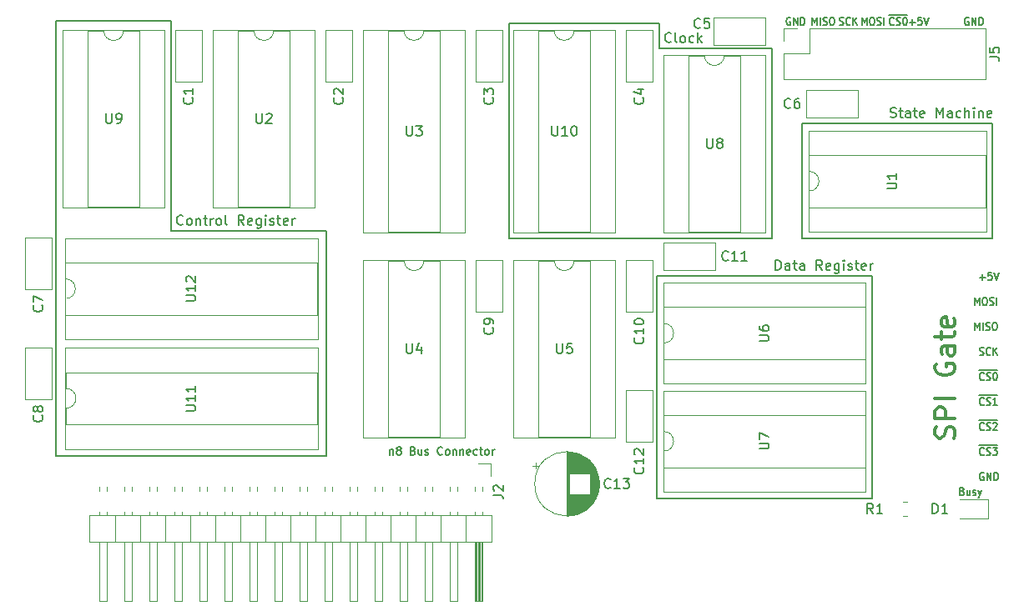
<source format=gbr>
%TF.GenerationSoftware,KiCad,Pcbnew,8.0.5*%
%TF.CreationDate,2024-11-04T18:15:50+01:00*%
%TF.ProjectId,spi master,73706920-6d61-4737-9465-722e6b696361,rev?*%
%TF.SameCoordinates,Original*%
%TF.FileFunction,Legend,Top*%
%TF.FilePolarity,Positive*%
%FSLAX46Y46*%
G04 Gerber Fmt 4.6, Leading zero omitted, Abs format (unit mm)*
G04 Created by KiCad (PCBNEW 8.0.5) date 2024-11-04 18:15:50*
%MOMM*%
%LPD*%
G01*
G04 APERTURE LIST*
%ADD10C,0.200000*%
%ADD11C,0.150000*%
%ADD12C,0.300000*%
%ADD13C,0.120000*%
G04 APERTURE END LIST*
D10*
X180086000Y-76708000D02*
X199390000Y-76708000D01*
X165608000Y-66548000D02*
X150368000Y-66548000D01*
X187198000Y-114808000D02*
X187198000Y-92202000D01*
X165354000Y-92202000D02*
X165354000Y-114808000D01*
X199390000Y-88392000D02*
X180086000Y-88392000D01*
X177038000Y-69088000D02*
X165608000Y-69088000D01*
X104394000Y-110490000D02*
X131826000Y-110490000D01*
X104394000Y-66294000D02*
X104394000Y-110490000D01*
X199390000Y-76708000D02*
X199390000Y-88392000D01*
X177038000Y-88392000D02*
X150368000Y-88392000D01*
X131826000Y-87630000D02*
X116078000Y-87630000D01*
X180086000Y-88392000D02*
X180086000Y-76708000D01*
X150368000Y-66548000D02*
X150368000Y-88392000D01*
X131826000Y-110490000D02*
X131826000Y-87630000D01*
X187198000Y-92202000D02*
X165354000Y-92202000D01*
X165354000Y-114808000D02*
X187198000Y-114808000D01*
X165608000Y-66548000D02*
X165608000Y-69088000D01*
X177038000Y-69088000D02*
X177038000Y-88392000D01*
X116078000Y-87630000D02*
X116078000Y-66294000D01*
X116078000Y-66294000D02*
X104394000Y-66294000D01*
D11*
X138252856Y-109810961D02*
X138252856Y-110344295D01*
X138252856Y-109887152D02*
X138290951Y-109849057D01*
X138290951Y-109849057D02*
X138367141Y-109810961D01*
X138367141Y-109810961D02*
X138481427Y-109810961D01*
X138481427Y-109810961D02*
X138557618Y-109849057D01*
X138557618Y-109849057D02*
X138595713Y-109925247D01*
X138595713Y-109925247D02*
X138595713Y-110344295D01*
X139090951Y-109887152D02*
X139014761Y-109849057D01*
X139014761Y-109849057D02*
X138976666Y-109810961D01*
X138976666Y-109810961D02*
X138938570Y-109734771D01*
X138938570Y-109734771D02*
X138938570Y-109696676D01*
X138938570Y-109696676D02*
X138976666Y-109620485D01*
X138976666Y-109620485D02*
X139014761Y-109582390D01*
X139014761Y-109582390D02*
X139090951Y-109544295D01*
X139090951Y-109544295D02*
X139243332Y-109544295D01*
X139243332Y-109544295D02*
X139319523Y-109582390D01*
X139319523Y-109582390D02*
X139357618Y-109620485D01*
X139357618Y-109620485D02*
X139395713Y-109696676D01*
X139395713Y-109696676D02*
X139395713Y-109734771D01*
X139395713Y-109734771D02*
X139357618Y-109810961D01*
X139357618Y-109810961D02*
X139319523Y-109849057D01*
X139319523Y-109849057D02*
X139243332Y-109887152D01*
X139243332Y-109887152D02*
X139090951Y-109887152D01*
X139090951Y-109887152D02*
X139014761Y-109925247D01*
X139014761Y-109925247D02*
X138976666Y-109963342D01*
X138976666Y-109963342D02*
X138938570Y-110039533D01*
X138938570Y-110039533D02*
X138938570Y-110191914D01*
X138938570Y-110191914D02*
X138976666Y-110268104D01*
X138976666Y-110268104D02*
X139014761Y-110306200D01*
X139014761Y-110306200D02*
X139090951Y-110344295D01*
X139090951Y-110344295D02*
X139243332Y-110344295D01*
X139243332Y-110344295D02*
X139319523Y-110306200D01*
X139319523Y-110306200D02*
X139357618Y-110268104D01*
X139357618Y-110268104D02*
X139395713Y-110191914D01*
X139395713Y-110191914D02*
X139395713Y-110039533D01*
X139395713Y-110039533D02*
X139357618Y-109963342D01*
X139357618Y-109963342D02*
X139319523Y-109925247D01*
X139319523Y-109925247D02*
X139243332Y-109887152D01*
X140614761Y-109925247D02*
X140729047Y-109963342D01*
X140729047Y-109963342D02*
X140767142Y-110001438D01*
X140767142Y-110001438D02*
X140805238Y-110077628D01*
X140805238Y-110077628D02*
X140805238Y-110191914D01*
X140805238Y-110191914D02*
X140767142Y-110268104D01*
X140767142Y-110268104D02*
X140729047Y-110306200D01*
X140729047Y-110306200D02*
X140652857Y-110344295D01*
X140652857Y-110344295D02*
X140348095Y-110344295D01*
X140348095Y-110344295D02*
X140348095Y-109544295D01*
X140348095Y-109544295D02*
X140614761Y-109544295D01*
X140614761Y-109544295D02*
X140690952Y-109582390D01*
X140690952Y-109582390D02*
X140729047Y-109620485D01*
X140729047Y-109620485D02*
X140767142Y-109696676D01*
X140767142Y-109696676D02*
X140767142Y-109772866D01*
X140767142Y-109772866D02*
X140729047Y-109849057D01*
X140729047Y-109849057D02*
X140690952Y-109887152D01*
X140690952Y-109887152D02*
X140614761Y-109925247D01*
X140614761Y-109925247D02*
X140348095Y-109925247D01*
X141490952Y-109810961D02*
X141490952Y-110344295D01*
X141148095Y-109810961D02*
X141148095Y-110230009D01*
X141148095Y-110230009D02*
X141186190Y-110306200D01*
X141186190Y-110306200D02*
X141262380Y-110344295D01*
X141262380Y-110344295D02*
X141376666Y-110344295D01*
X141376666Y-110344295D02*
X141452857Y-110306200D01*
X141452857Y-110306200D02*
X141490952Y-110268104D01*
X141833809Y-110306200D02*
X141910000Y-110344295D01*
X141910000Y-110344295D02*
X142062381Y-110344295D01*
X142062381Y-110344295D02*
X142138571Y-110306200D01*
X142138571Y-110306200D02*
X142176667Y-110230009D01*
X142176667Y-110230009D02*
X142176667Y-110191914D01*
X142176667Y-110191914D02*
X142138571Y-110115723D01*
X142138571Y-110115723D02*
X142062381Y-110077628D01*
X142062381Y-110077628D02*
X141948095Y-110077628D01*
X141948095Y-110077628D02*
X141871905Y-110039533D01*
X141871905Y-110039533D02*
X141833809Y-109963342D01*
X141833809Y-109963342D02*
X141833809Y-109925247D01*
X141833809Y-109925247D02*
X141871905Y-109849057D01*
X141871905Y-109849057D02*
X141948095Y-109810961D01*
X141948095Y-109810961D02*
X142062381Y-109810961D01*
X142062381Y-109810961D02*
X142138571Y-109849057D01*
X143586191Y-110268104D02*
X143548095Y-110306200D01*
X143548095Y-110306200D02*
X143433810Y-110344295D01*
X143433810Y-110344295D02*
X143357619Y-110344295D01*
X143357619Y-110344295D02*
X143243333Y-110306200D01*
X143243333Y-110306200D02*
X143167143Y-110230009D01*
X143167143Y-110230009D02*
X143129048Y-110153819D01*
X143129048Y-110153819D02*
X143090952Y-110001438D01*
X143090952Y-110001438D02*
X143090952Y-109887152D01*
X143090952Y-109887152D02*
X143129048Y-109734771D01*
X143129048Y-109734771D02*
X143167143Y-109658580D01*
X143167143Y-109658580D02*
X143243333Y-109582390D01*
X143243333Y-109582390D02*
X143357619Y-109544295D01*
X143357619Y-109544295D02*
X143433810Y-109544295D01*
X143433810Y-109544295D02*
X143548095Y-109582390D01*
X143548095Y-109582390D02*
X143586191Y-109620485D01*
X144043333Y-110344295D02*
X143967143Y-110306200D01*
X143967143Y-110306200D02*
X143929048Y-110268104D01*
X143929048Y-110268104D02*
X143890952Y-110191914D01*
X143890952Y-110191914D02*
X143890952Y-109963342D01*
X143890952Y-109963342D02*
X143929048Y-109887152D01*
X143929048Y-109887152D02*
X143967143Y-109849057D01*
X143967143Y-109849057D02*
X144043333Y-109810961D01*
X144043333Y-109810961D02*
X144157619Y-109810961D01*
X144157619Y-109810961D02*
X144233810Y-109849057D01*
X144233810Y-109849057D02*
X144271905Y-109887152D01*
X144271905Y-109887152D02*
X144310000Y-109963342D01*
X144310000Y-109963342D02*
X144310000Y-110191914D01*
X144310000Y-110191914D02*
X144271905Y-110268104D01*
X144271905Y-110268104D02*
X144233810Y-110306200D01*
X144233810Y-110306200D02*
X144157619Y-110344295D01*
X144157619Y-110344295D02*
X144043333Y-110344295D01*
X144652858Y-109810961D02*
X144652858Y-110344295D01*
X144652858Y-109887152D02*
X144690953Y-109849057D01*
X144690953Y-109849057D02*
X144767143Y-109810961D01*
X144767143Y-109810961D02*
X144881429Y-109810961D01*
X144881429Y-109810961D02*
X144957620Y-109849057D01*
X144957620Y-109849057D02*
X144995715Y-109925247D01*
X144995715Y-109925247D02*
X144995715Y-110344295D01*
X145376668Y-109810961D02*
X145376668Y-110344295D01*
X145376668Y-109887152D02*
X145414763Y-109849057D01*
X145414763Y-109849057D02*
X145490953Y-109810961D01*
X145490953Y-109810961D02*
X145605239Y-109810961D01*
X145605239Y-109810961D02*
X145681430Y-109849057D01*
X145681430Y-109849057D02*
X145719525Y-109925247D01*
X145719525Y-109925247D02*
X145719525Y-110344295D01*
X146405240Y-110306200D02*
X146329049Y-110344295D01*
X146329049Y-110344295D02*
X146176668Y-110344295D01*
X146176668Y-110344295D02*
X146100478Y-110306200D01*
X146100478Y-110306200D02*
X146062382Y-110230009D01*
X146062382Y-110230009D02*
X146062382Y-109925247D01*
X146062382Y-109925247D02*
X146100478Y-109849057D01*
X146100478Y-109849057D02*
X146176668Y-109810961D01*
X146176668Y-109810961D02*
X146329049Y-109810961D01*
X146329049Y-109810961D02*
X146405240Y-109849057D01*
X146405240Y-109849057D02*
X146443335Y-109925247D01*
X146443335Y-109925247D02*
X146443335Y-110001438D01*
X146443335Y-110001438D02*
X146062382Y-110077628D01*
X147129049Y-110306200D02*
X147052858Y-110344295D01*
X147052858Y-110344295D02*
X146900477Y-110344295D01*
X146900477Y-110344295D02*
X146824287Y-110306200D01*
X146824287Y-110306200D02*
X146786192Y-110268104D01*
X146786192Y-110268104D02*
X146748096Y-110191914D01*
X146748096Y-110191914D02*
X146748096Y-109963342D01*
X146748096Y-109963342D02*
X146786192Y-109887152D01*
X146786192Y-109887152D02*
X146824287Y-109849057D01*
X146824287Y-109849057D02*
X146900477Y-109810961D01*
X146900477Y-109810961D02*
X147052858Y-109810961D01*
X147052858Y-109810961D02*
X147129049Y-109849057D01*
X147357620Y-109810961D02*
X147662382Y-109810961D01*
X147471906Y-109544295D02*
X147471906Y-110230009D01*
X147471906Y-110230009D02*
X147510001Y-110306200D01*
X147510001Y-110306200D02*
X147586191Y-110344295D01*
X147586191Y-110344295D02*
X147662382Y-110344295D01*
X148043334Y-110344295D02*
X147967144Y-110306200D01*
X147967144Y-110306200D02*
X147929049Y-110268104D01*
X147929049Y-110268104D02*
X147890953Y-110191914D01*
X147890953Y-110191914D02*
X147890953Y-109963342D01*
X147890953Y-109963342D02*
X147929049Y-109887152D01*
X147929049Y-109887152D02*
X147967144Y-109849057D01*
X147967144Y-109849057D02*
X148043334Y-109810961D01*
X148043334Y-109810961D02*
X148157620Y-109810961D01*
X148157620Y-109810961D02*
X148233811Y-109849057D01*
X148233811Y-109849057D02*
X148271906Y-109887152D01*
X148271906Y-109887152D02*
X148310001Y-109963342D01*
X148310001Y-109963342D02*
X148310001Y-110191914D01*
X148310001Y-110191914D02*
X148271906Y-110268104D01*
X148271906Y-110268104D02*
X148233811Y-110306200D01*
X148233811Y-110306200D02*
X148157620Y-110344295D01*
X148157620Y-110344295D02*
X148043334Y-110344295D01*
X148652859Y-110344295D02*
X148652859Y-109810961D01*
X148652859Y-109963342D02*
X148690954Y-109887152D01*
X148690954Y-109887152D02*
X148729049Y-109849057D01*
X148729049Y-109849057D02*
X148805240Y-109810961D01*
X148805240Y-109810961D02*
X148881430Y-109810961D01*
X197623350Y-95144295D02*
X197623350Y-94344295D01*
X197623350Y-94344295D02*
X197856684Y-94915723D01*
X197856684Y-94915723D02*
X198090017Y-94344295D01*
X198090017Y-94344295D02*
X198090017Y-95144295D01*
X198556684Y-94344295D02*
X198690017Y-94344295D01*
X198690017Y-94344295D02*
X198756684Y-94382390D01*
X198756684Y-94382390D02*
X198823350Y-94458580D01*
X198823350Y-94458580D02*
X198856684Y-94610961D01*
X198856684Y-94610961D02*
X198856684Y-94877628D01*
X198856684Y-94877628D02*
X198823350Y-95030009D01*
X198823350Y-95030009D02*
X198756684Y-95106200D01*
X198756684Y-95106200D02*
X198690017Y-95144295D01*
X198690017Y-95144295D02*
X198556684Y-95144295D01*
X198556684Y-95144295D02*
X198490017Y-95106200D01*
X198490017Y-95106200D02*
X198423350Y-95030009D01*
X198423350Y-95030009D02*
X198390017Y-94877628D01*
X198390017Y-94877628D02*
X198390017Y-94610961D01*
X198390017Y-94610961D02*
X198423350Y-94458580D01*
X198423350Y-94458580D02*
X198490017Y-94382390D01*
X198490017Y-94382390D02*
X198556684Y-94344295D01*
X199123350Y-95106200D02*
X199223350Y-95144295D01*
X199223350Y-95144295D02*
X199390017Y-95144295D01*
X199390017Y-95144295D02*
X199456683Y-95106200D01*
X199456683Y-95106200D02*
X199490017Y-95068104D01*
X199490017Y-95068104D02*
X199523350Y-94991914D01*
X199523350Y-94991914D02*
X199523350Y-94915723D01*
X199523350Y-94915723D02*
X199490017Y-94839533D01*
X199490017Y-94839533D02*
X199456683Y-94801438D01*
X199456683Y-94801438D02*
X199390017Y-94763342D01*
X199390017Y-94763342D02*
X199256683Y-94725247D01*
X199256683Y-94725247D02*
X199190017Y-94687152D01*
X199190017Y-94687152D02*
X199156683Y-94649057D01*
X199156683Y-94649057D02*
X199123350Y-94572866D01*
X199123350Y-94572866D02*
X199123350Y-94496676D01*
X199123350Y-94496676D02*
X199156683Y-94420485D01*
X199156683Y-94420485D02*
X199190017Y-94382390D01*
X199190017Y-94382390D02*
X199256683Y-94344295D01*
X199256683Y-94344295D02*
X199423350Y-94344295D01*
X199423350Y-94344295D02*
X199523350Y-94382390D01*
X199823350Y-95144295D02*
X199823350Y-94344295D01*
X198531350Y-107768104D02*
X198498017Y-107806200D01*
X198498017Y-107806200D02*
X198398017Y-107844295D01*
X198398017Y-107844295D02*
X198331350Y-107844295D01*
X198331350Y-107844295D02*
X198231350Y-107806200D01*
X198231350Y-107806200D02*
X198164684Y-107730009D01*
X198164684Y-107730009D02*
X198131350Y-107653819D01*
X198131350Y-107653819D02*
X198098017Y-107501438D01*
X198098017Y-107501438D02*
X198098017Y-107387152D01*
X198098017Y-107387152D02*
X198131350Y-107234771D01*
X198131350Y-107234771D02*
X198164684Y-107158580D01*
X198164684Y-107158580D02*
X198231350Y-107082390D01*
X198231350Y-107082390D02*
X198331350Y-107044295D01*
X198331350Y-107044295D02*
X198398017Y-107044295D01*
X198398017Y-107044295D02*
X198498017Y-107082390D01*
X198498017Y-107082390D02*
X198531350Y-107120485D01*
X198798017Y-107806200D02*
X198898017Y-107844295D01*
X198898017Y-107844295D02*
X199064684Y-107844295D01*
X199064684Y-107844295D02*
X199131350Y-107806200D01*
X199131350Y-107806200D02*
X199164684Y-107768104D01*
X199164684Y-107768104D02*
X199198017Y-107691914D01*
X199198017Y-107691914D02*
X199198017Y-107615723D01*
X199198017Y-107615723D02*
X199164684Y-107539533D01*
X199164684Y-107539533D02*
X199131350Y-107501438D01*
X199131350Y-107501438D02*
X199064684Y-107463342D01*
X199064684Y-107463342D02*
X198931350Y-107425247D01*
X198931350Y-107425247D02*
X198864684Y-107387152D01*
X198864684Y-107387152D02*
X198831350Y-107349057D01*
X198831350Y-107349057D02*
X198798017Y-107272866D01*
X198798017Y-107272866D02*
X198798017Y-107196676D01*
X198798017Y-107196676D02*
X198831350Y-107120485D01*
X198831350Y-107120485D02*
X198864684Y-107082390D01*
X198864684Y-107082390D02*
X198931350Y-107044295D01*
X198931350Y-107044295D02*
X199098017Y-107044295D01*
X199098017Y-107044295D02*
X199198017Y-107082390D01*
X199464684Y-107120485D02*
X199498017Y-107082390D01*
X199498017Y-107082390D02*
X199564684Y-107044295D01*
X199564684Y-107044295D02*
X199731351Y-107044295D01*
X199731351Y-107044295D02*
X199798017Y-107082390D01*
X199798017Y-107082390D02*
X199831351Y-107120485D01*
X199831351Y-107120485D02*
X199864684Y-107196676D01*
X199864684Y-107196676D02*
X199864684Y-107272866D01*
X199864684Y-107272866D02*
X199831351Y-107387152D01*
X199831351Y-107387152D02*
X199431351Y-107844295D01*
X199431351Y-107844295D02*
X199864684Y-107844295D01*
X198034684Y-106822200D02*
X199928018Y-106822200D01*
X189387350Y-66620104D02*
X189354017Y-66658200D01*
X189354017Y-66658200D02*
X189254017Y-66696295D01*
X189254017Y-66696295D02*
X189187350Y-66696295D01*
X189187350Y-66696295D02*
X189087350Y-66658200D01*
X189087350Y-66658200D02*
X189020684Y-66582009D01*
X189020684Y-66582009D02*
X188987350Y-66505819D01*
X188987350Y-66505819D02*
X188954017Y-66353438D01*
X188954017Y-66353438D02*
X188954017Y-66239152D01*
X188954017Y-66239152D02*
X188987350Y-66086771D01*
X188987350Y-66086771D02*
X189020684Y-66010580D01*
X189020684Y-66010580D02*
X189087350Y-65934390D01*
X189087350Y-65934390D02*
X189187350Y-65896295D01*
X189187350Y-65896295D02*
X189254017Y-65896295D01*
X189254017Y-65896295D02*
X189354017Y-65934390D01*
X189354017Y-65934390D02*
X189387350Y-65972485D01*
X189654017Y-66658200D02*
X189754017Y-66696295D01*
X189754017Y-66696295D02*
X189920684Y-66696295D01*
X189920684Y-66696295D02*
X189987350Y-66658200D01*
X189987350Y-66658200D02*
X190020684Y-66620104D01*
X190020684Y-66620104D02*
X190054017Y-66543914D01*
X190054017Y-66543914D02*
X190054017Y-66467723D01*
X190054017Y-66467723D02*
X190020684Y-66391533D01*
X190020684Y-66391533D02*
X189987350Y-66353438D01*
X189987350Y-66353438D02*
X189920684Y-66315342D01*
X189920684Y-66315342D02*
X189787350Y-66277247D01*
X189787350Y-66277247D02*
X189720684Y-66239152D01*
X189720684Y-66239152D02*
X189687350Y-66201057D01*
X189687350Y-66201057D02*
X189654017Y-66124866D01*
X189654017Y-66124866D02*
X189654017Y-66048676D01*
X189654017Y-66048676D02*
X189687350Y-65972485D01*
X189687350Y-65972485D02*
X189720684Y-65934390D01*
X189720684Y-65934390D02*
X189787350Y-65896295D01*
X189787350Y-65896295D02*
X189954017Y-65896295D01*
X189954017Y-65896295D02*
X190054017Y-65934390D01*
X190487351Y-65896295D02*
X190554017Y-65896295D01*
X190554017Y-65896295D02*
X190620684Y-65934390D01*
X190620684Y-65934390D02*
X190654017Y-65972485D01*
X190654017Y-65972485D02*
X190687351Y-66048676D01*
X190687351Y-66048676D02*
X190720684Y-66201057D01*
X190720684Y-66201057D02*
X190720684Y-66391533D01*
X190720684Y-66391533D02*
X190687351Y-66543914D01*
X190687351Y-66543914D02*
X190654017Y-66620104D01*
X190654017Y-66620104D02*
X190620684Y-66658200D01*
X190620684Y-66658200D02*
X190554017Y-66696295D01*
X190554017Y-66696295D02*
X190487351Y-66696295D01*
X190487351Y-66696295D02*
X190420684Y-66658200D01*
X190420684Y-66658200D02*
X190387351Y-66620104D01*
X190387351Y-66620104D02*
X190354017Y-66543914D01*
X190354017Y-66543914D02*
X190320684Y-66391533D01*
X190320684Y-66391533D02*
X190320684Y-66201057D01*
X190320684Y-66201057D02*
X190354017Y-66048676D01*
X190354017Y-66048676D02*
X190387351Y-65972485D01*
X190387351Y-65972485D02*
X190420684Y-65934390D01*
X190420684Y-65934390D02*
X190487351Y-65896295D01*
X188890684Y-65674200D02*
X190784018Y-65674200D01*
X186193350Y-66696295D02*
X186193350Y-65896295D01*
X186193350Y-65896295D02*
X186426684Y-66467723D01*
X186426684Y-66467723D02*
X186660017Y-65896295D01*
X186660017Y-65896295D02*
X186660017Y-66696295D01*
X187126684Y-65896295D02*
X187260017Y-65896295D01*
X187260017Y-65896295D02*
X187326684Y-65934390D01*
X187326684Y-65934390D02*
X187393350Y-66010580D01*
X187393350Y-66010580D02*
X187426684Y-66162961D01*
X187426684Y-66162961D02*
X187426684Y-66429628D01*
X187426684Y-66429628D02*
X187393350Y-66582009D01*
X187393350Y-66582009D02*
X187326684Y-66658200D01*
X187326684Y-66658200D02*
X187260017Y-66696295D01*
X187260017Y-66696295D02*
X187126684Y-66696295D01*
X187126684Y-66696295D02*
X187060017Y-66658200D01*
X187060017Y-66658200D02*
X186993350Y-66582009D01*
X186993350Y-66582009D02*
X186960017Y-66429628D01*
X186960017Y-66429628D02*
X186960017Y-66162961D01*
X186960017Y-66162961D02*
X186993350Y-66010580D01*
X186993350Y-66010580D02*
X187060017Y-65934390D01*
X187060017Y-65934390D02*
X187126684Y-65896295D01*
X187693350Y-66658200D02*
X187793350Y-66696295D01*
X187793350Y-66696295D02*
X187960017Y-66696295D01*
X187960017Y-66696295D02*
X188026683Y-66658200D01*
X188026683Y-66658200D02*
X188060017Y-66620104D01*
X188060017Y-66620104D02*
X188093350Y-66543914D01*
X188093350Y-66543914D02*
X188093350Y-66467723D01*
X188093350Y-66467723D02*
X188060017Y-66391533D01*
X188060017Y-66391533D02*
X188026683Y-66353438D01*
X188026683Y-66353438D02*
X187960017Y-66315342D01*
X187960017Y-66315342D02*
X187826683Y-66277247D01*
X187826683Y-66277247D02*
X187760017Y-66239152D01*
X187760017Y-66239152D02*
X187726683Y-66201057D01*
X187726683Y-66201057D02*
X187693350Y-66124866D01*
X187693350Y-66124866D02*
X187693350Y-66048676D01*
X187693350Y-66048676D02*
X187726683Y-65972485D01*
X187726683Y-65972485D02*
X187760017Y-65934390D01*
X187760017Y-65934390D02*
X187826683Y-65896295D01*
X187826683Y-65896295D02*
X187993350Y-65896295D01*
X187993350Y-65896295D02*
X188093350Y-65934390D01*
X188393350Y-66696295D02*
X188393350Y-65896295D01*
X198531350Y-110308104D02*
X198498017Y-110346200D01*
X198498017Y-110346200D02*
X198398017Y-110384295D01*
X198398017Y-110384295D02*
X198331350Y-110384295D01*
X198331350Y-110384295D02*
X198231350Y-110346200D01*
X198231350Y-110346200D02*
X198164684Y-110270009D01*
X198164684Y-110270009D02*
X198131350Y-110193819D01*
X198131350Y-110193819D02*
X198098017Y-110041438D01*
X198098017Y-110041438D02*
X198098017Y-109927152D01*
X198098017Y-109927152D02*
X198131350Y-109774771D01*
X198131350Y-109774771D02*
X198164684Y-109698580D01*
X198164684Y-109698580D02*
X198231350Y-109622390D01*
X198231350Y-109622390D02*
X198331350Y-109584295D01*
X198331350Y-109584295D02*
X198398017Y-109584295D01*
X198398017Y-109584295D02*
X198498017Y-109622390D01*
X198498017Y-109622390D02*
X198531350Y-109660485D01*
X198798017Y-110346200D02*
X198898017Y-110384295D01*
X198898017Y-110384295D02*
X199064684Y-110384295D01*
X199064684Y-110384295D02*
X199131350Y-110346200D01*
X199131350Y-110346200D02*
X199164684Y-110308104D01*
X199164684Y-110308104D02*
X199198017Y-110231914D01*
X199198017Y-110231914D02*
X199198017Y-110155723D01*
X199198017Y-110155723D02*
X199164684Y-110079533D01*
X199164684Y-110079533D02*
X199131350Y-110041438D01*
X199131350Y-110041438D02*
X199064684Y-110003342D01*
X199064684Y-110003342D02*
X198931350Y-109965247D01*
X198931350Y-109965247D02*
X198864684Y-109927152D01*
X198864684Y-109927152D02*
X198831350Y-109889057D01*
X198831350Y-109889057D02*
X198798017Y-109812866D01*
X198798017Y-109812866D02*
X198798017Y-109736676D01*
X198798017Y-109736676D02*
X198831350Y-109660485D01*
X198831350Y-109660485D02*
X198864684Y-109622390D01*
X198864684Y-109622390D02*
X198931350Y-109584295D01*
X198931350Y-109584295D02*
X199098017Y-109584295D01*
X199098017Y-109584295D02*
X199198017Y-109622390D01*
X199431351Y-109584295D02*
X199864684Y-109584295D01*
X199864684Y-109584295D02*
X199631351Y-109889057D01*
X199631351Y-109889057D02*
X199731351Y-109889057D01*
X199731351Y-109889057D02*
X199798017Y-109927152D01*
X199798017Y-109927152D02*
X199831351Y-109965247D01*
X199831351Y-109965247D02*
X199864684Y-110041438D01*
X199864684Y-110041438D02*
X199864684Y-110231914D01*
X199864684Y-110231914D02*
X199831351Y-110308104D01*
X199831351Y-110308104D02*
X199798017Y-110346200D01*
X199798017Y-110346200D02*
X199731351Y-110384295D01*
X199731351Y-110384295D02*
X199531351Y-110384295D01*
X199531351Y-110384295D02*
X199464684Y-110346200D01*
X199464684Y-110346200D02*
X199431351Y-110308104D01*
X198034684Y-109362200D02*
X199928018Y-109362200D01*
X183874017Y-66658200D02*
X183974017Y-66696295D01*
X183974017Y-66696295D02*
X184140684Y-66696295D01*
X184140684Y-66696295D02*
X184207350Y-66658200D01*
X184207350Y-66658200D02*
X184240684Y-66620104D01*
X184240684Y-66620104D02*
X184274017Y-66543914D01*
X184274017Y-66543914D02*
X184274017Y-66467723D01*
X184274017Y-66467723D02*
X184240684Y-66391533D01*
X184240684Y-66391533D02*
X184207350Y-66353438D01*
X184207350Y-66353438D02*
X184140684Y-66315342D01*
X184140684Y-66315342D02*
X184007350Y-66277247D01*
X184007350Y-66277247D02*
X183940684Y-66239152D01*
X183940684Y-66239152D02*
X183907350Y-66201057D01*
X183907350Y-66201057D02*
X183874017Y-66124866D01*
X183874017Y-66124866D02*
X183874017Y-66048676D01*
X183874017Y-66048676D02*
X183907350Y-65972485D01*
X183907350Y-65972485D02*
X183940684Y-65934390D01*
X183940684Y-65934390D02*
X184007350Y-65896295D01*
X184007350Y-65896295D02*
X184174017Y-65896295D01*
X184174017Y-65896295D02*
X184274017Y-65934390D01*
X184974017Y-66620104D02*
X184940684Y-66658200D01*
X184940684Y-66658200D02*
X184840684Y-66696295D01*
X184840684Y-66696295D02*
X184774017Y-66696295D01*
X184774017Y-66696295D02*
X184674017Y-66658200D01*
X184674017Y-66658200D02*
X184607351Y-66582009D01*
X184607351Y-66582009D02*
X184574017Y-66505819D01*
X184574017Y-66505819D02*
X184540684Y-66353438D01*
X184540684Y-66353438D02*
X184540684Y-66239152D01*
X184540684Y-66239152D02*
X184574017Y-66086771D01*
X184574017Y-66086771D02*
X184607351Y-66010580D01*
X184607351Y-66010580D02*
X184674017Y-65934390D01*
X184674017Y-65934390D02*
X184774017Y-65896295D01*
X184774017Y-65896295D02*
X184840684Y-65896295D01*
X184840684Y-65896295D02*
X184940684Y-65934390D01*
X184940684Y-65934390D02*
X184974017Y-65972485D01*
X185274017Y-66696295D02*
X185274017Y-65896295D01*
X185674017Y-66696295D02*
X185374017Y-66239152D01*
X185674017Y-65896295D02*
X185274017Y-66353438D01*
X198131350Y-92299533D02*
X198664684Y-92299533D01*
X198398017Y-92604295D02*
X198398017Y-91994771D01*
X199331351Y-91804295D02*
X198998017Y-91804295D01*
X198998017Y-91804295D02*
X198964684Y-92185247D01*
X198964684Y-92185247D02*
X198998017Y-92147152D01*
X198998017Y-92147152D02*
X199064684Y-92109057D01*
X199064684Y-92109057D02*
X199231351Y-92109057D01*
X199231351Y-92109057D02*
X199298017Y-92147152D01*
X199298017Y-92147152D02*
X199331351Y-92185247D01*
X199331351Y-92185247D02*
X199364684Y-92261438D01*
X199364684Y-92261438D02*
X199364684Y-92451914D01*
X199364684Y-92451914D02*
X199331351Y-92528104D01*
X199331351Y-92528104D02*
X199298017Y-92566200D01*
X199298017Y-92566200D02*
X199231351Y-92604295D01*
X199231351Y-92604295D02*
X199064684Y-92604295D01*
X199064684Y-92604295D02*
X198998017Y-92566200D01*
X198998017Y-92566200D02*
X198964684Y-92528104D01*
X199564684Y-91804295D02*
X199798018Y-92604295D01*
X199798018Y-92604295D02*
X200031351Y-91804295D01*
X181113350Y-66696295D02*
X181113350Y-65896295D01*
X181113350Y-65896295D02*
X181346684Y-66467723D01*
X181346684Y-66467723D02*
X181580017Y-65896295D01*
X181580017Y-65896295D02*
X181580017Y-66696295D01*
X181913350Y-66696295D02*
X181913350Y-65896295D01*
X182213350Y-66658200D02*
X182313350Y-66696295D01*
X182313350Y-66696295D02*
X182480017Y-66696295D01*
X182480017Y-66696295D02*
X182546683Y-66658200D01*
X182546683Y-66658200D02*
X182580017Y-66620104D01*
X182580017Y-66620104D02*
X182613350Y-66543914D01*
X182613350Y-66543914D02*
X182613350Y-66467723D01*
X182613350Y-66467723D02*
X182580017Y-66391533D01*
X182580017Y-66391533D02*
X182546683Y-66353438D01*
X182546683Y-66353438D02*
X182480017Y-66315342D01*
X182480017Y-66315342D02*
X182346683Y-66277247D01*
X182346683Y-66277247D02*
X182280017Y-66239152D01*
X182280017Y-66239152D02*
X182246683Y-66201057D01*
X182246683Y-66201057D02*
X182213350Y-66124866D01*
X182213350Y-66124866D02*
X182213350Y-66048676D01*
X182213350Y-66048676D02*
X182246683Y-65972485D01*
X182246683Y-65972485D02*
X182280017Y-65934390D01*
X182280017Y-65934390D02*
X182346683Y-65896295D01*
X182346683Y-65896295D02*
X182513350Y-65896295D01*
X182513350Y-65896295D02*
X182613350Y-65934390D01*
X183046684Y-65896295D02*
X183180017Y-65896295D01*
X183180017Y-65896295D02*
X183246684Y-65934390D01*
X183246684Y-65934390D02*
X183313350Y-66010580D01*
X183313350Y-66010580D02*
X183346684Y-66162961D01*
X183346684Y-66162961D02*
X183346684Y-66429628D01*
X183346684Y-66429628D02*
X183313350Y-66582009D01*
X183313350Y-66582009D02*
X183246684Y-66658200D01*
X183246684Y-66658200D02*
X183180017Y-66696295D01*
X183180017Y-66696295D02*
X183046684Y-66696295D01*
X183046684Y-66696295D02*
X182980017Y-66658200D01*
X182980017Y-66658200D02*
X182913350Y-66582009D01*
X182913350Y-66582009D02*
X182880017Y-66429628D01*
X182880017Y-66429628D02*
X182880017Y-66162961D01*
X182880017Y-66162961D02*
X182913350Y-66010580D01*
X182913350Y-66010580D02*
X182980017Y-65934390D01*
X182980017Y-65934390D02*
X183046684Y-65896295D01*
X178880017Y-65934390D02*
X178813350Y-65896295D01*
X178813350Y-65896295D02*
X178713350Y-65896295D01*
X178713350Y-65896295D02*
X178613350Y-65934390D01*
X178613350Y-65934390D02*
X178546684Y-66010580D01*
X178546684Y-66010580D02*
X178513350Y-66086771D01*
X178513350Y-66086771D02*
X178480017Y-66239152D01*
X178480017Y-66239152D02*
X178480017Y-66353438D01*
X178480017Y-66353438D02*
X178513350Y-66505819D01*
X178513350Y-66505819D02*
X178546684Y-66582009D01*
X178546684Y-66582009D02*
X178613350Y-66658200D01*
X178613350Y-66658200D02*
X178713350Y-66696295D01*
X178713350Y-66696295D02*
X178780017Y-66696295D01*
X178780017Y-66696295D02*
X178880017Y-66658200D01*
X178880017Y-66658200D02*
X178913350Y-66620104D01*
X178913350Y-66620104D02*
X178913350Y-66353438D01*
X178913350Y-66353438D02*
X178780017Y-66353438D01*
X179213350Y-66696295D02*
X179213350Y-65896295D01*
X179213350Y-65896295D02*
X179613350Y-66696295D01*
X179613350Y-66696295D02*
X179613350Y-65896295D01*
X179946683Y-66696295D02*
X179946683Y-65896295D01*
X179946683Y-65896295D02*
X180113350Y-65896295D01*
X180113350Y-65896295D02*
X180213350Y-65934390D01*
X180213350Y-65934390D02*
X180280017Y-66010580D01*
X180280017Y-66010580D02*
X180313350Y-66086771D01*
X180313350Y-66086771D02*
X180346683Y-66239152D01*
X180346683Y-66239152D02*
X180346683Y-66353438D01*
X180346683Y-66353438D02*
X180313350Y-66505819D01*
X180313350Y-66505819D02*
X180280017Y-66582009D01*
X180280017Y-66582009D02*
X180213350Y-66658200D01*
X180213350Y-66658200D02*
X180113350Y-66696295D01*
X180113350Y-66696295D02*
X179946683Y-66696295D01*
D10*
X166803101Y-68351980D02*
X166755482Y-68399600D01*
X166755482Y-68399600D02*
X166612625Y-68447219D01*
X166612625Y-68447219D02*
X166517387Y-68447219D01*
X166517387Y-68447219D02*
X166374530Y-68399600D01*
X166374530Y-68399600D02*
X166279292Y-68304361D01*
X166279292Y-68304361D02*
X166231673Y-68209123D01*
X166231673Y-68209123D02*
X166184054Y-68018647D01*
X166184054Y-68018647D02*
X166184054Y-67875790D01*
X166184054Y-67875790D02*
X166231673Y-67685314D01*
X166231673Y-67685314D02*
X166279292Y-67590076D01*
X166279292Y-67590076D02*
X166374530Y-67494838D01*
X166374530Y-67494838D02*
X166517387Y-67447219D01*
X166517387Y-67447219D02*
X166612625Y-67447219D01*
X166612625Y-67447219D02*
X166755482Y-67494838D01*
X166755482Y-67494838D02*
X166803101Y-67542457D01*
X167374530Y-68447219D02*
X167279292Y-68399600D01*
X167279292Y-68399600D02*
X167231673Y-68304361D01*
X167231673Y-68304361D02*
X167231673Y-67447219D01*
X167898340Y-68447219D02*
X167803102Y-68399600D01*
X167803102Y-68399600D02*
X167755483Y-68351980D01*
X167755483Y-68351980D02*
X167707864Y-68256742D01*
X167707864Y-68256742D02*
X167707864Y-67971028D01*
X167707864Y-67971028D02*
X167755483Y-67875790D01*
X167755483Y-67875790D02*
X167803102Y-67828171D01*
X167803102Y-67828171D02*
X167898340Y-67780552D01*
X167898340Y-67780552D02*
X168041197Y-67780552D01*
X168041197Y-67780552D02*
X168136435Y-67828171D01*
X168136435Y-67828171D02*
X168184054Y-67875790D01*
X168184054Y-67875790D02*
X168231673Y-67971028D01*
X168231673Y-67971028D02*
X168231673Y-68256742D01*
X168231673Y-68256742D02*
X168184054Y-68351980D01*
X168184054Y-68351980D02*
X168136435Y-68399600D01*
X168136435Y-68399600D02*
X168041197Y-68447219D01*
X168041197Y-68447219D02*
X167898340Y-68447219D01*
X169088816Y-68399600D02*
X168993578Y-68447219D01*
X168993578Y-68447219D02*
X168803102Y-68447219D01*
X168803102Y-68447219D02*
X168707864Y-68399600D01*
X168707864Y-68399600D02*
X168660245Y-68351980D01*
X168660245Y-68351980D02*
X168612626Y-68256742D01*
X168612626Y-68256742D02*
X168612626Y-67971028D01*
X168612626Y-67971028D02*
X168660245Y-67875790D01*
X168660245Y-67875790D02*
X168707864Y-67828171D01*
X168707864Y-67828171D02*
X168803102Y-67780552D01*
X168803102Y-67780552D02*
X168993578Y-67780552D01*
X168993578Y-67780552D02*
X169088816Y-67828171D01*
X169517388Y-68447219D02*
X169517388Y-67447219D01*
X169612626Y-68066266D02*
X169898340Y-68447219D01*
X169898340Y-67780552D02*
X169517388Y-68161504D01*
D11*
X198098017Y-100186200D02*
X198198017Y-100224295D01*
X198198017Y-100224295D02*
X198364684Y-100224295D01*
X198364684Y-100224295D02*
X198431350Y-100186200D01*
X198431350Y-100186200D02*
X198464684Y-100148104D01*
X198464684Y-100148104D02*
X198498017Y-100071914D01*
X198498017Y-100071914D02*
X198498017Y-99995723D01*
X198498017Y-99995723D02*
X198464684Y-99919533D01*
X198464684Y-99919533D02*
X198431350Y-99881438D01*
X198431350Y-99881438D02*
X198364684Y-99843342D01*
X198364684Y-99843342D02*
X198231350Y-99805247D01*
X198231350Y-99805247D02*
X198164684Y-99767152D01*
X198164684Y-99767152D02*
X198131350Y-99729057D01*
X198131350Y-99729057D02*
X198098017Y-99652866D01*
X198098017Y-99652866D02*
X198098017Y-99576676D01*
X198098017Y-99576676D02*
X198131350Y-99500485D01*
X198131350Y-99500485D02*
X198164684Y-99462390D01*
X198164684Y-99462390D02*
X198231350Y-99424295D01*
X198231350Y-99424295D02*
X198398017Y-99424295D01*
X198398017Y-99424295D02*
X198498017Y-99462390D01*
X199198017Y-100148104D02*
X199164684Y-100186200D01*
X199164684Y-100186200D02*
X199064684Y-100224295D01*
X199064684Y-100224295D02*
X198998017Y-100224295D01*
X198998017Y-100224295D02*
X198898017Y-100186200D01*
X198898017Y-100186200D02*
X198831351Y-100110009D01*
X198831351Y-100110009D02*
X198798017Y-100033819D01*
X198798017Y-100033819D02*
X198764684Y-99881438D01*
X198764684Y-99881438D02*
X198764684Y-99767152D01*
X198764684Y-99767152D02*
X198798017Y-99614771D01*
X198798017Y-99614771D02*
X198831351Y-99538580D01*
X198831351Y-99538580D02*
X198898017Y-99462390D01*
X198898017Y-99462390D02*
X198998017Y-99424295D01*
X198998017Y-99424295D02*
X199064684Y-99424295D01*
X199064684Y-99424295D02*
X199164684Y-99462390D01*
X199164684Y-99462390D02*
X199198017Y-99500485D01*
X199498017Y-100224295D02*
X199498017Y-99424295D01*
X199898017Y-100224295D02*
X199598017Y-99767152D01*
X199898017Y-99424295D02*
X199498017Y-99881438D01*
D10*
X177407673Y-91561219D02*
X177407673Y-90561219D01*
X177407673Y-90561219D02*
X177645768Y-90561219D01*
X177645768Y-90561219D02*
X177788625Y-90608838D01*
X177788625Y-90608838D02*
X177883863Y-90704076D01*
X177883863Y-90704076D02*
X177931482Y-90799314D01*
X177931482Y-90799314D02*
X177979101Y-90989790D01*
X177979101Y-90989790D02*
X177979101Y-91132647D01*
X177979101Y-91132647D02*
X177931482Y-91323123D01*
X177931482Y-91323123D02*
X177883863Y-91418361D01*
X177883863Y-91418361D02*
X177788625Y-91513600D01*
X177788625Y-91513600D02*
X177645768Y-91561219D01*
X177645768Y-91561219D02*
X177407673Y-91561219D01*
X178836244Y-91561219D02*
X178836244Y-91037409D01*
X178836244Y-91037409D02*
X178788625Y-90942171D01*
X178788625Y-90942171D02*
X178693387Y-90894552D01*
X178693387Y-90894552D02*
X178502911Y-90894552D01*
X178502911Y-90894552D02*
X178407673Y-90942171D01*
X178836244Y-91513600D02*
X178741006Y-91561219D01*
X178741006Y-91561219D02*
X178502911Y-91561219D01*
X178502911Y-91561219D02*
X178407673Y-91513600D01*
X178407673Y-91513600D02*
X178360054Y-91418361D01*
X178360054Y-91418361D02*
X178360054Y-91323123D01*
X178360054Y-91323123D02*
X178407673Y-91227885D01*
X178407673Y-91227885D02*
X178502911Y-91180266D01*
X178502911Y-91180266D02*
X178741006Y-91180266D01*
X178741006Y-91180266D02*
X178836244Y-91132647D01*
X179169578Y-90894552D02*
X179550530Y-90894552D01*
X179312435Y-90561219D02*
X179312435Y-91418361D01*
X179312435Y-91418361D02*
X179360054Y-91513600D01*
X179360054Y-91513600D02*
X179455292Y-91561219D01*
X179455292Y-91561219D02*
X179550530Y-91561219D01*
X180312435Y-91561219D02*
X180312435Y-91037409D01*
X180312435Y-91037409D02*
X180264816Y-90942171D01*
X180264816Y-90942171D02*
X180169578Y-90894552D01*
X180169578Y-90894552D02*
X179979102Y-90894552D01*
X179979102Y-90894552D02*
X179883864Y-90942171D01*
X180312435Y-91513600D02*
X180217197Y-91561219D01*
X180217197Y-91561219D02*
X179979102Y-91561219D01*
X179979102Y-91561219D02*
X179883864Y-91513600D01*
X179883864Y-91513600D02*
X179836245Y-91418361D01*
X179836245Y-91418361D02*
X179836245Y-91323123D01*
X179836245Y-91323123D02*
X179883864Y-91227885D01*
X179883864Y-91227885D02*
X179979102Y-91180266D01*
X179979102Y-91180266D02*
X180217197Y-91180266D01*
X180217197Y-91180266D02*
X180312435Y-91132647D01*
X182121959Y-91561219D02*
X181788626Y-91085028D01*
X181550531Y-91561219D02*
X181550531Y-90561219D01*
X181550531Y-90561219D02*
X181931483Y-90561219D01*
X181931483Y-90561219D02*
X182026721Y-90608838D01*
X182026721Y-90608838D02*
X182074340Y-90656457D01*
X182074340Y-90656457D02*
X182121959Y-90751695D01*
X182121959Y-90751695D02*
X182121959Y-90894552D01*
X182121959Y-90894552D02*
X182074340Y-90989790D01*
X182074340Y-90989790D02*
X182026721Y-91037409D01*
X182026721Y-91037409D02*
X181931483Y-91085028D01*
X181931483Y-91085028D02*
X181550531Y-91085028D01*
X182931483Y-91513600D02*
X182836245Y-91561219D01*
X182836245Y-91561219D02*
X182645769Y-91561219D01*
X182645769Y-91561219D02*
X182550531Y-91513600D01*
X182550531Y-91513600D02*
X182502912Y-91418361D01*
X182502912Y-91418361D02*
X182502912Y-91037409D01*
X182502912Y-91037409D02*
X182550531Y-90942171D01*
X182550531Y-90942171D02*
X182645769Y-90894552D01*
X182645769Y-90894552D02*
X182836245Y-90894552D01*
X182836245Y-90894552D02*
X182931483Y-90942171D01*
X182931483Y-90942171D02*
X182979102Y-91037409D01*
X182979102Y-91037409D02*
X182979102Y-91132647D01*
X182979102Y-91132647D02*
X182502912Y-91227885D01*
X183836245Y-90894552D02*
X183836245Y-91704076D01*
X183836245Y-91704076D02*
X183788626Y-91799314D01*
X183788626Y-91799314D02*
X183741007Y-91846933D01*
X183741007Y-91846933D02*
X183645769Y-91894552D01*
X183645769Y-91894552D02*
X183502912Y-91894552D01*
X183502912Y-91894552D02*
X183407674Y-91846933D01*
X183836245Y-91513600D02*
X183741007Y-91561219D01*
X183741007Y-91561219D02*
X183550531Y-91561219D01*
X183550531Y-91561219D02*
X183455293Y-91513600D01*
X183455293Y-91513600D02*
X183407674Y-91465980D01*
X183407674Y-91465980D02*
X183360055Y-91370742D01*
X183360055Y-91370742D02*
X183360055Y-91085028D01*
X183360055Y-91085028D02*
X183407674Y-90989790D01*
X183407674Y-90989790D02*
X183455293Y-90942171D01*
X183455293Y-90942171D02*
X183550531Y-90894552D01*
X183550531Y-90894552D02*
X183741007Y-90894552D01*
X183741007Y-90894552D02*
X183836245Y-90942171D01*
X184312436Y-91561219D02*
X184312436Y-90894552D01*
X184312436Y-90561219D02*
X184264817Y-90608838D01*
X184264817Y-90608838D02*
X184312436Y-90656457D01*
X184312436Y-90656457D02*
X184360055Y-90608838D01*
X184360055Y-90608838D02*
X184312436Y-90561219D01*
X184312436Y-90561219D02*
X184312436Y-90656457D01*
X184741007Y-91513600D02*
X184836245Y-91561219D01*
X184836245Y-91561219D02*
X185026721Y-91561219D01*
X185026721Y-91561219D02*
X185121959Y-91513600D01*
X185121959Y-91513600D02*
X185169578Y-91418361D01*
X185169578Y-91418361D02*
X185169578Y-91370742D01*
X185169578Y-91370742D02*
X185121959Y-91275504D01*
X185121959Y-91275504D02*
X185026721Y-91227885D01*
X185026721Y-91227885D02*
X184883864Y-91227885D01*
X184883864Y-91227885D02*
X184788626Y-91180266D01*
X184788626Y-91180266D02*
X184741007Y-91085028D01*
X184741007Y-91085028D02*
X184741007Y-91037409D01*
X184741007Y-91037409D02*
X184788626Y-90942171D01*
X184788626Y-90942171D02*
X184883864Y-90894552D01*
X184883864Y-90894552D02*
X185026721Y-90894552D01*
X185026721Y-90894552D02*
X185121959Y-90942171D01*
X185455293Y-90894552D02*
X185836245Y-90894552D01*
X185598150Y-90561219D02*
X185598150Y-91418361D01*
X185598150Y-91418361D02*
X185645769Y-91513600D01*
X185645769Y-91513600D02*
X185741007Y-91561219D01*
X185741007Y-91561219D02*
X185836245Y-91561219D01*
X186550531Y-91513600D02*
X186455293Y-91561219D01*
X186455293Y-91561219D02*
X186264817Y-91561219D01*
X186264817Y-91561219D02*
X186169579Y-91513600D01*
X186169579Y-91513600D02*
X186121960Y-91418361D01*
X186121960Y-91418361D02*
X186121960Y-91037409D01*
X186121960Y-91037409D02*
X186169579Y-90942171D01*
X186169579Y-90942171D02*
X186264817Y-90894552D01*
X186264817Y-90894552D02*
X186455293Y-90894552D01*
X186455293Y-90894552D02*
X186550531Y-90942171D01*
X186550531Y-90942171D02*
X186598150Y-91037409D01*
X186598150Y-91037409D02*
X186598150Y-91132647D01*
X186598150Y-91132647D02*
X186121960Y-91227885D01*
X187026722Y-91561219D02*
X187026722Y-90894552D01*
X187026722Y-91085028D02*
X187074341Y-90989790D01*
X187074341Y-90989790D02*
X187121960Y-90942171D01*
X187121960Y-90942171D02*
X187217198Y-90894552D01*
X187217198Y-90894552D02*
X187312436Y-90894552D01*
D11*
X198531350Y-105228104D02*
X198498017Y-105266200D01*
X198498017Y-105266200D02*
X198398017Y-105304295D01*
X198398017Y-105304295D02*
X198331350Y-105304295D01*
X198331350Y-105304295D02*
X198231350Y-105266200D01*
X198231350Y-105266200D02*
X198164684Y-105190009D01*
X198164684Y-105190009D02*
X198131350Y-105113819D01*
X198131350Y-105113819D02*
X198098017Y-104961438D01*
X198098017Y-104961438D02*
X198098017Y-104847152D01*
X198098017Y-104847152D02*
X198131350Y-104694771D01*
X198131350Y-104694771D02*
X198164684Y-104618580D01*
X198164684Y-104618580D02*
X198231350Y-104542390D01*
X198231350Y-104542390D02*
X198331350Y-104504295D01*
X198331350Y-104504295D02*
X198398017Y-104504295D01*
X198398017Y-104504295D02*
X198498017Y-104542390D01*
X198498017Y-104542390D02*
X198531350Y-104580485D01*
X198798017Y-105266200D02*
X198898017Y-105304295D01*
X198898017Y-105304295D02*
X199064684Y-105304295D01*
X199064684Y-105304295D02*
X199131350Y-105266200D01*
X199131350Y-105266200D02*
X199164684Y-105228104D01*
X199164684Y-105228104D02*
X199198017Y-105151914D01*
X199198017Y-105151914D02*
X199198017Y-105075723D01*
X199198017Y-105075723D02*
X199164684Y-104999533D01*
X199164684Y-104999533D02*
X199131350Y-104961438D01*
X199131350Y-104961438D02*
X199064684Y-104923342D01*
X199064684Y-104923342D02*
X198931350Y-104885247D01*
X198931350Y-104885247D02*
X198864684Y-104847152D01*
X198864684Y-104847152D02*
X198831350Y-104809057D01*
X198831350Y-104809057D02*
X198798017Y-104732866D01*
X198798017Y-104732866D02*
X198798017Y-104656676D01*
X198798017Y-104656676D02*
X198831350Y-104580485D01*
X198831350Y-104580485D02*
X198864684Y-104542390D01*
X198864684Y-104542390D02*
X198931350Y-104504295D01*
X198931350Y-104504295D02*
X199098017Y-104504295D01*
X199098017Y-104504295D02*
X199198017Y-104542390D01*
X199864684Y-105304295D02*
X199464684Y-105304295D01*
X199664684Y-105304295D02*
X199664684Y-104504295D01*
X199664684Y-104504295D02*
X199598017Y-104618580D01*
X199598017Y-104618580D02*
X199531351Y-104694771D01*
X199531351Y-104694771D02*
X199464684Y-104732866D01*
X198034684Y-104282200D02*
X199928018Y-104282200D01*
D10*
X189044054Y-76019600D02*
X189186911Y-76067219D01*
X189186911Y-76067219D02*
X189425006Y-76067219D01*
X189425006Y-76067219D02*
X189520244Y-76019600D01*
X189520244Y-76019600D02*
X189567863Y-75971980D01*
X189567863Y-75971980D02*
X189615482Y-75876742D01*
X189615482Y-75876742D02*
X189615482Y-75781504D01*
X189615482Y-75781504D02*
X189567863Y-75686266D01*
X189567863Y-75686266D02*
X189520244Y-75638647D01*
X189520244Y-75638647D02*
X189425006Y-75591028D01*
X189425006Y-75591028D02*
X189234530Y-75543409D01*
X189234530Y-75543409D02*
X189139292Y-75495790D01*
X189139292Y-75495790D02*
X189091673Y-75448171D01*
X189091673Y-75448171D02*
X189044054Y-75352933D01*
X189044054Y-75352933D02*
X189044054Y-75257695D01*
X189044054Y-75257695D02*
X189091673Y-75162457D01*
X189091673Y-75162457D02*
X189139292Y-75114838D01*
X189139292Y-75114838D02*
X189234530Y-75067219D01*
X189234530Y-75067219D02*
X189472625Y-75067219D01*
X189472625Y-75067219D02*
X189615482Y-75114838D01*
X189901197Y-75400552D02*
X190282149Y-75400552D01*
X190044054Y-75067219D02*
X190044054Y-75924361D01*
X190044054Y-75924361D02*
X190091673Y-76019600D01*
X190091673Y-76019600D02*
X190186911Y-76067219D01*
X190186911Y-76067219D02*
X190282149Y-76067219D01*
X191044054Y-76067219D02*
X191044054Y-75543409D01*
X191044054Y-75543409D02*
X190996435Y-75448171D01*
X190996435Y-75448171D02*
X190901197Y-75400552D01*
X190901197Y-75400552D02*
X190710721Y-75400552D01*
X190710721Y-75400552D02*
X190615483Y-75448171D01*
X191044054Y-76019600D02*
X190948816Y-76067219D01*
X190948816Y-76067219D02*
X190710721Y-76067219D01*
X190710721Y-76067219D02*
X190615483Y-76019600D01*
X190615483Y-76019600D02*
X190567864Y-75924361D01*
X190567864Y-75924361D02*
X190567864Y-75829123D01*
X190567864Y-75829123D02*
X190615483Y-75733885D01*
X190615483Y-75733885D02*
X190710721Y-75686266D01*
X190710721Y-75686266D02*
X190948816Y-75686266D01*
X190948816Y-75686266D02*
X191044054Y-75638647D01*
X191377388Y-75400552D02*
X191758340Y-75400552D01*
X191520245Y-75067219D02*
X191520245Y-75924361D01*
X191520245Y-75924361D02*
X191567864Y-76019600D01*
X191567864Y-76019600D02*
X191663102Y-76067219D01*
X191663102Y-76067219D02*
X191758340Y-76067219D01*
X192472626Y-76019600D02*
X192377388Y-76067219D01*
X192377388Y-76067219D02*
X192186912Y-76067219D01*
X192186912Y-76067219D02*
X192091674Y-76019600D01*
X192091674Y-76019600D02*
X192044055Y-75924361D01*
X192044055Y-75924361D02*
X192044055Y-75543409D01*
X192044055Y-75543409D02*
X192091674Y-75448171D01*
X192091674Y-75448171D02*
X192186912Y-75400552D01*
X192186912Y-75400552D02*
X192377388Y-75400552D01*
X192377388Y-75400552D02*
X192472626Y-75448171D01*
X192472626Y-75448171D02*
X192520245Y-75543409D01*
X192520245Y-75543409D02*
X192520245Y-75638647D01*
X192520245Y-75638647D02*
X192044055Y-75733885D01*
X193710722Y-76067219D02*
X193710722Y-75067219D01*
X193710722Y-75067219D02*
X194044055Y-75781504D01*
X194044055Y-75781504D02*
X194377388Y-75067219D01*
X194377388Y-75067219D02*
X194377388Y-76067219D01*
X195282150Y-76067219D02*
X195282150Y-75543409D01*
X195282150Y-75543409D02*
X195234531Y-75448171D01*
X195234531Y-75448171D02*
X195139293Y-75400552D01*
X195139293Y-75400552D02*
X194948817Y-75400552D01*
X194948817Y-75400552D02*
X194853579Y-75448171D01*
X195282150Y-76019600D02*
X195186912Y-76067219D01*
X195186912Y-76067219D02*
X194948817Y-76067219D01*
X194948817Y-76067219D02*
X194853579Y-76019600D01*
X194853579Y-76019600D02*
X194805960Y-75924361D01*
X194805960Y-75924361D02*
X194805960Y-75829123D01*
X194805960Y-75829123D02*
X194853579Y-75733885D01*
X194853579Y-75733885D02*
X194948817Y-75686266D01*
X194948817Y-75686266D02*
X195186912Y-75686266D01*
X195186912Y-75686266D02*
X195282150Y-75638647D01*
X196186912Y-76019600D02*
X196091674Y-76067219D01*
X196091674Y-76067219D02*
X195901198Y-76067219D01*
X195901198Y-76067219D02*
X195805960Y-76019600D01*
X195805960Y-76019600D02*
X195758341Y-75971980D01*
X195758341Y-75971980D02*
X195710722Y-75876742D01*
X195710722Y-75876742D02*
X195710722Y-75591028D01*
X195710722Y-75591028D02*
X195758341Y-75495790D01*
X195758341Y-75495790D02*
X195805960Y-75448171D01*
X195805960Y-75448171D02*
X195901198Y-75400552D01*
X195901198Y-75400552D02*
X196091674Y-75400552D01*
X196091674Y-75400552D02*
X196186912Y-75448171D01*
X196615484Y-76067219D02*
X196615484Y-75067219D01*
X197044055Y-76067219D02*
X197044055Y-75543409D01*
X197044055Y-75543409D02*
X196996436Y-75448171D01*
X196996436Y-75448171D02*
X196901198Y-75400552D01*
X196901198Y-75400552D02*
X196758341Y-75400552D01*
X196758341Y-75400552D02*
X196663103Y-75448171D01*
X196663103Y-75448171D02*
X196615484Y-75495790D01*
X197520246Y-76067219D02*
X197520246Y-75400552D01*
X197520246Y-75067219D02*
X197472627Y-75114838D01*
X197472627Y-75114838D02*
X197520246Y-75162457D01*
X197520246Y-75162457D02*
X197567865Y-75114838D01*
X197567865Y-75114838D02*
X197520246Y-75067219D01*
X197520246Y-75067219D02*
X197520246Y-75162457D01*
X197996436Y-75400552D02*
X197996436Y-76067219D01*
X197996436Y-75495790D02*
X198044055Y-75448171D01*
X198044055Y-75448171D02*
X198139293Y-75400552D01*
X198139293Y-75400552D02*
X198282150Y-75400552D01*
X198282150Y-75400552D02*
X198377388Y-75448171D01*
X198377388Y-75448171D02*
X198425007Y-75543409D01*
X198425007Y-75543409D02*
X198425007Y-76067219D01*
X199282150Y-76019600D02*
X199186912Y-76067219D01*
X199186912Y-76067219D02*
X198996436Y-76067219D01*
X198996436Y-76067219D02*
X198901198Y-76019600D01*
X198901198Y-76019600D02*
X198853579Y-75924361D01*
X198853579Y-75924361D02*
X198853579Y-75543409D01*
X198853579Y-75543409D02*
X198901198Y-75448171D01*
X198901198Y-75448171D02*
X198996436Y-75400552D01*
X198996436Y-75400552D02*
X199186912Y-75400552D01*
X199186912Y-75400552D02*
X199282150Y-75448171D01*
X199282150Y-75448171D02*
X199329769Y-75543409D01*
X199329769Y-75543409D02*
X199329769Y-75638647D01*
X199329769Y-75638647D02*
X198853579Y-75733885D01*
D11*
X196974017Y-65934390D02*
X196907350Y-65896295D01*
X196907350Y-65896295D02*
X196807350Y-65896295D01*
X196807350Y-65896295D02*
X196707350Y-65934390D01*
X196707350Y-65934390D02*
X196640684Y-66010580D01*
X196640684Y-66010580D02*
X196607350Y-66086771D01*
X196607350Y-66086771D02*
X196574017Y-66239152D01*
X196574017Y-66239152D02*
X196574017Y-66353438D01*
X196574017Y-66353438D02*
X196607350Y-66505819D01*
X196607350Y-66505819D02*
X196640684Y-66582009D01*
X196640684Y-66582009D02*
X196707350Y-66658200D01*
X196707350Y-66658200D02*
X196807350Y-66696295D01*
X196807350Y-66696295D02*
X196874017Y-66696295D01*
X196874017Y-66696295D02*
X196974017Y-66658200D01*
X196974017Y-66658200D02*
X197007350Y-66620104D01*
X197007350Y-66620104D02*
X197007350Y-66353438D01*
X197007350Y-66353438D02*
X196874017Y-66353438D01*
X197307350Y-66696295D02*
X197307350Y-65896295D01*
X197307350Y-65896295D02*
X197707350Y-66696295D01*
X197707350Y-66696295D02*
X197707350Y-65896295D01*
X198040683Y-66696295D02*
X198040683Y-65896295D01*
X198040683Y-65896295D02*
X198207350Y-65896295D01*
X198207350Y-65896295D02*
X198307350Y-65934390D01*
X198307350Y-65934390D02*
X198374017Y-66010580D01*
X198374017Y-66010580D02*
X198407350Y-66086771D01*
X198407350Y-66086771D02*
X198440683Y-66239152D01*
X198440683Y-66239152D02*
X198440683Y-66353438D01*
X198440683Y-66353438D02*
X198407350Y-66505819D01*
X198407350Y-66505819D02*
X198374017Y-66582009D01*
X198374017Y-66582009D02*
X198307350Y-66658200D01*
X198307350Y-66658200D02*
X198207350Y-66696295D01*
X198207350Y-66696295D02*
X198040683Y-66696295D01*
X198531350Y-102688104D02*
X198498017Y-102726200D01*
X198498017Y-102726200D02*
X198398017Y-102764295D01*
X198398017Y-102764295D02*
X198331350Y-102764295D01*
X198331350Y-102764295D02*
X198231350Y-102726200D01*
X198231350Y-102726200D02*
X198164684Y-102650009D01*
X198164684Y-102650009D02*
X198131350Y-102573819D01*
X198131350Y-102573819D02*
X198098017Y-102421438D01*
X198098017Y-102421438D02*
X198098017Y-102307152D01*
X198098017Y-102307152D02*
X198131350Y-102154771D01*
X198131350Y-102154771D02*
X198164684Y-102078580D01*
X198164684Y-102078580D02*
X198231350Y-102002390D01*
X198231350Y-102002390D02*
X198331350Y-101964295D01*
X198331350Y-101964295D02*
X198398017Y-101964295D01*
X198398017Y-101964295D02*
X198498017Y-102002390D01*
X198498017Y-102002390D02*
X198531350Y-102040485D01*
X198798017Y-102726200D02*
X198898017Y-102764295D01*
X198898017Y-102764295D02*
X199064684Y-102764295D01*
X199064684Y-102764295D02*
X199131350Y-102726200D01*
X199131350Y-102726200D02*
X199164684Y-102688104D01*
X199164684Y-102688104D02*
X199198017Y-102611914D01*
X199198017Y-102611914D02*
X199198017Y-102535723D01*
X199198017Y-102535723D02*
X199164684Y-102459533D01*
X199164684Y-102459533D02*
X199131350Y-102421438D01*
X199131350Y-102421438D02*
X199064684Y-102383342D01*
X199064684Y-102383342D02*
X198931350Y-102345247D01*
X198931350Y-102345247D02*
X198864684Y-102307152D01*
X198864684Y-102307152D02*
X198831350Y-102269057D01*
X198831350Y-102269057D02*
X198798017Y-102192866D01*
X198798017Y-102192866D02*
X198798017Y-102116676D01*
X198798017Y-102116676D02*
X198831350Y-102040485D01*
X198831350Y-102040485D02*
X198864684Y-102002390D01*
X198864684Y-102002390D02*
X198931350Y-101964295D01*
X198931350Y-101964295D02*
X199098017Y-101964295D01*
X199098017Y-101964295D02*
X199198017Y-102002390D01*
X199631351Y-101964295D02*
X199698017Y-101964295D01*
X199698017Y-101964295D02*
X199764684Y-102002390D01*
X199764684Y-102002390D02*
X199798017Y-102040485D01*
X199798017Y-102040485D02*
X199831351Y-102116676D01*
X199831351Y-102116676D02*
X199864684Y-102269057D01*
X199864684Y-102269057D02*
X199864684Y-102459533D01*
X199864684Y-102459533D02*
X199831351Y-102611914D01*
X199831351Y-102611914D02*
X199798017Y-102688104D01*
X199798017Y-102688104D02*
X199764684Y-102726200D01*
X199764684Y-102726200D02*
X199698017Y-102764295D01*
X199698017Y-102764295D02*
X199631351Y-102764295D01*
X199631351Y-102764295D02*
X199564684Y-102726200D01*
X199564684Y-102726200D02*
X199531351Y-102688104D01*
X199531351Y-102688104D02*
X199498017Y-102611914D01*
X199498017Y-102611914D02*
X199464684Y-102459533D01*
X199464684Y-102459533D02*
X199464684Y-102269057D01*
X199464684Y-102269057D02*
X199498017Y-102116676D01*
X199498017Y-102116676D02*
X199531351Y-102040485D01*
X199531351Y-102040485D02*
X199564684Y-102002390D01*
X199564684Y-102002390D02*
X199631351Y-101964295D01*
X198034684Y-101742200D02*
X199928018Y-101742200D01*
X198498017Y-112162390D02*
X198431350Y-112124295D01*
X198431350Y-112124295D02*
X198331350Y-112124295D01*
X198331350Y-112124295D02*
X198231350Y-112162390D01*
X198231350Y-112162390D02*
X198164684Y-112238580D01*
X198164684Y-112238580D02*
X198131350Y-112314771D01*
X198131350Y-112314771D02*
X198098017Y-112467152D01*
X198098017Y-112467152D02*
X198098017Y-112581438D01*
X198098017Y-112581438D02*
X198131350Y-112733819D01*
X198131350Y-112733819D02*
X198164684Y-112810009D01*
X198164684Y-112810009D02*
X198231350Y-112886200D01*
X198231350Y-112886200D02*
X198331350Y-112924295D01*
X198331350Y-112924295D02*
X198398017Y-112924295D01*
X198398017Y-112924295D02*
X198498017Y-112886200D01*
X198498017Y-112886200D02*
X198531350Y-112848104D01*
X198531350Y-112848104D02*
X198531350Y-112581438D01*
X198531350Y-112581438D02*
X198398017Y-112581438D01*
X198831350Y-112924295D02*
X198831350Y-112124295D01*
X198831350Y-112124295D02*
X199231350Y-112924295D01*
X199231350Y-112924295D02*
X199231350Y-112124295D01*
X199564683Y-112924295D02*
X199564683Y-112124295D01*
X199564683Y-112124295D02*
X199731350Y-112124295D01*
X199731350Y-112124295D02*
X199831350Y-112162390D01*
X199831350Y-112162390D02*
X199898017Y-112238580D01*
X199898017Y-112238580D02*
X199931350Y-112314771D01*
X199931350Y-112314771D02*
X199964683Y-112467152D01*
X199964683Y-112467152D02*
X199964683Y-112581438D01*
X199964683Y-112581438D02*
X199931350Y-112733819D01*
X199931350Y-112733819D02*
X199898017Y-112810009D01*
X199898017Y-112810009D02*
X199831350Y-112886200D01*
X199831350Y-112886200D02*
X199731350Y-112924295D01*
X199731350Y-112924295D02*
X199564683Y-112924295D01*
X196332684Y-114029247D02*
X196432684Y-114067342D01*
X196432684Y-114067342D02*
X196466017Y-114105438D01*
X196466017Y-114105438D02*
X196499350Y-114181628D01*
X196499350Y-114181628D02*
X196499350Y-114295914D01*
X196499350Y-114295914D02*
X196466017Y-114372104D01*
X196466017Y-114372104D02*
X196432684Y-114410200D01*
X196432684Y-114410200D02*
X196366017Y-114448295D01*
X196366017Y-114448295D02*
X196099350Y-114448295D01*
X196099350Y-114448295D02*
X196099350Y-113648295D01*
X196099350Y-113648295D02*
X196332684Y-113648295D01*
X196332684Y-113648295D02*
X196399350Y-113686390D01*
X196399350Y-113686390D02*
X196432684Y-113724485D01*
X196432684Y-113724485D02*
X196466017Y-113800676D01*
X196466017Y-113800676D02*
X196466017Y-113876866D01*
X196466017Y-113876866D02*
X196432684Y-113953057D01*
X196432684Y-113953057D02*
X196399350Y-113991152D01*
X196399350Y-113991152D02*
X196332684Y-114029247D01*
X196332684Y-114029247D02*
X196099350Y-114029247D01*
X197099350Y-113914961D02*
X197099350Y-114448295D01*
X196799350Y-113914961D02*
X196799350Y-114334009D01*
X196799350Y-114334009D02*
X196832684Y-114410200D01*
X196832684Y-114410200D02*
X196899350Y-114448295D01*
X196899350Y-114448295D02*
X196999350Y-114448295D01*
X196999350Y-114448295D02*
X197066017Y-114410200D01*
X197066017Y-114410200D02*
X197099350Y-114372104D01*
X197399350Y-114410200D02*
X197466017Y-114448295D01*
X197466017Y-114448295D02*
X197599350Y-114448295D01*
X197599350Y-114448295D02*
X197666017Y-114410200D01*
X197666017Y-114410200D02*
X197699350Y-114334009D01*
X197699350Y-114334009D02*
X197699350Y-114295914D01*
X197699350Y-114295914D02*
X197666017Y-114219723D01*
X197666017Y-114219723D02*
X197599350Y-114181628D01*
X197599350Y-114181628D02*
X197499350Y-114181628D01*
X197499350Y-114181628D02*
X197432683Y-114143533D01*
X197432683Y-114143533D02*
X197399350Y-114067342D01*
X197399350Y-114067342D02*
X197399350Y-114029247D01*
X197399350Y-114029247D02*
X197432683Y-113953057D01*
X197432683Y-113953057D02*
X197499350Y-113914961D01*
X197499350Y-113914961D02*
X197599350Y-113914961D01*
X197599350Y-113914961D02*
X197666017Y-113953057D01*
X197932684Y-113914961D02*
X198099350Y-114448295D01*
X198266017Y-113914961D02*
X198099350Y-114448295D01*
X198099350Y-114448295D02*
X198032684Y-114638771D01*
X198032684Y-114638771D02*
X197999350Y-114676866D01*
X197999350Y-114676866D02*
X197932684Y-114714961D01*
D10*
X117273101Y-86893980D02*
X117225482Y-86941600D01*
X117225482Y-86941600D02*
X117082625Y-86989219D01*
X117082625Y-86989219D02*
X116987387Y-86989219D01*
X116987387Y-86989219D02*
X116844530Y-86941600D01*
X116844530Y-86941600D02*
X116749292Y-86846361D01*
X116749292Y-86846361D02*
X116701673Y-86751123D01*
X116701673Y-86751123D02*
X116654054Y-86560647D01*
X116654054Y-86560647D02*
X116654054Y-86417790D01*
X116654054Y-86417790D02*
X116701673Y-86227314D01*
X116701673Y-86227314D02*
X116749292Y-86132076D01*
X116749292Y-86132076D02*
X116844530Y-86036838D01*
X116844530Y-86036838D02*
X116987387Y-85989219D01*
X116987387Y-85989219D02*
X117082625Y-85989219D01*
X117082625Y-85989219D02*
X117225482Y-86036838D01*
X117225482Y-86036838D02*
X117273101Y-86084457D01*
X117844530Y-86989219D02*
X117749292Y-86941600D01*
X117749292Y-86941600D02*
X117701673Y-86893980D01*
X117701673Y-86893980D02*
X117654054Y-86798742D01*
X117654054Y-86798742D02*
X117654054Y-86513028D01*
X117654054Y-86513028D02*
X117701673Y-86417790D01*
X117701673Y-86417790D02*
X117749292Y-86370171D01*
X117749292Y-86370171D02*
X117844530Y-86322552D01*
X117844530Y-86322552D02*
X117987387Y-86322552D01*
X117987387Y-86322552D02*
X118082625Y-86370171D01*
X118082625Y-86370171D02*
X118130244Y-86417790D01*
X118130244Y-86417790D02*
X118177863Y-86513028D01*
X118177863Y-86513028D02*
X118177863Y-86798742D01*
X118177863Y-86798742D02*
X118130244Y-86893980D01*
X118130244Y-86893980D02*
X118082625Y-86941600D01*
X118082625Y-86941600D02*
X117987387Y-86989219D01*
X117987387Y-86989219D02*
X117844530Y-86989219D01*
X118606435Y-86322552D02*
X118606435Y-86989219D01*
X118606435Y-86417790D02*
X118654054Y-86370171D01*
X118654054Y-86370171D02*
X118749292Y-86322552D01*
X118749292Y-86322552D02*
X118892149Y-86322552D01*
X118892149Y-86322552D02*
X118987387Y-86370171D01*
X118987387Y-86370171D02*
X119035006Y-86465409D01*
X119035006Y-86465409D02*
X119035006Y-86989219D01*
X119368340Y-86322552D02*
X119749292Y-86322552D01*
X119511197Y-85989219D02*
X119511197Y-86846361D01*
X119511197Y-86846361D02*
X119558816Y-86941600D01*
X119558816Y-86941600D02*
X119654054Y-86989219D01*
X119654054Y-86989219D02*
X119749292Y-86989219D01*
X120082626Y-86989219D02*
X120082626Y-86322552D01*
X120082626Y-86513028D02*
X120130245Y-86417790D01*
X120130245Y-86417790D02*
X120177864Y-86370171D01*
X120177864Y-86370171D02*
X120273102Y-86322552D01*
X120273102Y-86322552D02*
X120368340Y-86322552D01*
X120844531Y-86989219D02*
X120749293Y-86941600D01*
X120749293Y-86941600D02*
X120701674Y-86893980D01*
X120701674Y-86893980D02*
X120654055Y-86798742D01*
X120654055Y-86798742D02*
X120654055Y-86513028D01*
X120654055Y-86513028D02*
X120701674Y-86417790D01*
X120701674Y-86417790D02*
X120749293Y-86370171D01*
X120749293Y-86370171D02*
X120844531Y-86322552D01*
X120844531Y-86322552D02*
X120987388Y-86322552D01*
X120987388Y-86322552D02*
X121082626Y-86370171D01*
X121082626Y-86370171D02*
X121130245Y-86417790D01*
X121130245Y-86417790D02*
X121177864Y-86513028D01*
X121177864Y-86513028D02*
X121177864Y-86798742D01*
X121177864Y-86798742D02*
X121130245Y-86893980D01*
X121130245Y-86893980D02*
X121082626Y-86941600D01*
X121082626Y-86941600D02*
X120987388Y-86989219D01*
X120987388Y-86989219D02*
X120844531Y-86989219D01*
X121749293Y-86989219D02*
X121654055Y-86941600D01*
X121654055Y-86941600D02*
X121606436Y-86846361D01*
X121606436Y-86846361D02*
X121606436Y-85989219D01*
X123463579Y-86989219D02*
X123130246Y-86513028D01*
X122892151Y-86989219D02*
X122892151Y-85989219D01*
X122892151Y-85989219D02*
X123273103Y-85989219D01*
X123273103Y-85989219D02*
X123368341Y-86036838D01*
X123368341Y-86036838D02*
X123415960Y-86084457D01*
X123415960Y-86084457D02*
X123463579Y-86179695D01*
X123463579Y-86179695D02*
X123463579Y-86322552D01*
X123463579Y-86322552D02*
X123415960Y-86417790D01*
X123415960Y-86417790D02*
X123368341Y-86465409D01*
X123368341Y-86465409D02*
X123273103Y-86513028D01*
X123273103Y-86513028D02*
X122892151Y-86513028D01*
X124273103Y-86941600D02*
X124177865Y-86989219D01*
X124177865Y-86989219D02*
X123987389Y-86989219D01*
X123987389Y-86989219D02*
X123892151Y-86941600D01*
X123892151Y-86941600D02*
X123844532Y-86846361D01*
X123844532Y-86846361D02*
X123844532Y-86465409D01*
X123844532Y-86465409D02*
X123892151Y-86370171D01*
X123892151Y-86370171D02*
X123987389Y-86322552D01*
X123987389Y-86322552D02*
X124177865Y-86322552D01*
X124177865Y-86322552D02*
X124273103Y-86370171D01*
X124273103Y-86370171D02*
X124320722Y-86465409D01*
X124320722Y-86465409D02*
X124320722Y-86560647D01*
X124320722Y-86560647D02*
X123844532Y-86655885D01*
X125177865Y-86322552D02*
X125177865Y-87132076D01*
X125177865Y-87132076D02*
X125130246Y-87227314D01*
X125130246Y-87227314D02*
X125082627Y-87274933D01*
X125082627Y-87274933D02*
X124987389Y-87322552D01*
X124987389Y-87322552D02*
X124844532Y-87322552D01*
X124844532Y-87322552D02*
X124749294Y-87274933D01*
X125177865Y-86941600D02*
X125082627Y-86989219D01*
X125082627Y-86989219D02*
X124892151Y-86989219D01*
X124892151Y-86989219D02*
X124796913Y-86941600D01*
X124796913Y-86941600D02*
X124749294Y-86893980D01*
X124749294Y-86893980D02*
X124701675Y-86798742D01*
X124701675Y-86798742D02*
X124701675Y-86513028D01*
X124701675Y-86513028D02*
X124749294Y-86417790D01*
X124749294Y-86417790D02*
X124796913Y-86370171D01*
X124796913Y-86370171D02*
X124892151Y-86322552D01*
X124892151Y-86322552D02*
X125082627Y-86322552D01*
X125082627Y-86322552D02*
X125177865Y-86370171D01*
X125654056Y-86989219D02*
X125654056Y-86322552D01*
X125654056Y-85989219D02*
X125606437Y-86036838D01*
X125606437Y-86036838D02*
X125654056Y-86084457D01*
X125654056Y-86084457D02*
X125701675Y-86036838D01*
X125701675Y-86036838D02*
X125654056Y-85989219D01*
X125654056Y-85989219D02*
X125654056Y-86084457D01*
X126082627Y-86941600D02*
X126177865Y-86989219D01*
X126177865Y-86989219D02*
X126368341Y-86989219D01*
X126368341Y-86989219D02*
X126463579Y-86941600D01*
X126463579Y-86941600D02*
X126511198Y-86846361D01*
X126511198Y-86846361D02*
X126511198Y-86798742D01*
X126511198Y-86798742D02*
X126463579Y-86703504D01*
X126463579Y-86703504D02*
X126368341Y-86655885D01*
X126368341Y-86655885D02*
X126225484Y-86655885D01*
X126225484Y-86655885D02*
X126130246Y-86608266D01*
X126130246Y-86608266D02*
X126082627Y-86513028D01*
X126082627Y-86513028D02*
X126082627Y-86465409D01*
X126082627Y-86465409D02*
X126130246Y-86370171D01*
X126130246Y-86370171D02*
X126225484Y-86322552D01*
X126225484Y-86322552D02*
X126368341Y-86322552D01*
X126368341Y-86322552D02*
X126463579Y-86370171D01*
X126796913Y-86322552D02*
X127177865Y-86322552D01*
X126939770Y-85989219D02*
X126939770Y-86846361D01*
X126939770Y-86846361D02*
X126987389Y-86941600D01*
X126987389Y-86941600D02*
X127082627Y-86989219D01*
X127082627Y-86989219D02*
X127177865Y-86989219D01*
X127892151Y-86941600D02*
X127796913Y-86989219D01*
X127796913Y-86989219D02*
X127606437Y-86989219D01*
X127606437Y-86989219D02*
X127511199Y-86941600D01*
X127511199Y-86941600D02*
X127463580Y-86846361D01*
X127463580Y-86846361D02*
X127463580Y-86465409D01*
X127463580Y-86465409D02*
X127511199Y-86370171D01*
X127511199Y-86370171D02*
X127606437Y-86322552D01*
X127606437Y-86322552D02*
X127796913Y-86322552D01*
X127796913Y-86322552D02*
X127892151Y-86370171D01*
X127892151Y-86370171D02*
X127939770Y-86465409D01*
X127939770Y-86465409D02*
X127939770Y-86560647D01*
X127939770Y-86560647D02*
X127463580Y-86655885D01*
X128368342Y-86989219D02*
X128368342Y-86322552D01*
X128368342Y-86513028D02*
X128415961Y-86417790D01*
X128415961Y-86417790D02*
X128463580Y-86370171D01*
X128463580Y-86370171D02*
X128558818Y-86322552D01*
X128558818Y-86322552D02*
X128654056Y-86322552D01*
D11*
X197623350Y-97684295D02*
X197623350Y-96884295D01*
X197623350Y-96884295D02*
X197856684Y-97455723D01*
X197856684Y-97455723D02*
X198090017Y-96884295D01*
X198090017Y-96884295D02*
X198090017Y-97684295D01*
X198423350Y-97684295D02*
X198423350Y-96884295D01*
X198723350Y-97646200D02*
X198823350Y-97684295D01*
X198823350Y-97684295D02*
X198990017Y-97684295D01*
X198990017Y-97684295D02*
X199056683Y-97646200D01*
X199056683Y-97646200D02*
X199090017Y-97608104D01*
X199090017Y-97608104D02*
X199123350Y-97531914D01*
X199123350Y-97531914D02*
X199123350Y-97455723D01*
X199123350Y-97455723D02*
X199090017Y-97379533D01*
X199090017Y-97379533D02*
X199056683Y-97341438D01*
X199056683Y-97341438D02*
X198990017Y-97303342D01*
X198990017Y-97303342D02*
X198856683Y-97265247D01*
X198856683Y-97265247D02*
X198790017Y-97227152D01*
X198790017Y-97227152D02*
X198756683Y-97189057D01*
X198756683Y-97189057D02*
X198723350Y-97112866D01*
X198723350Y-97112866D02*
X198723350Y-97036676D01*
X198723350Y-97036676D02*
X198756683Y-96960485D01*
X198756683Y-96960485D02*
X198790017Y-96922390D01*
X198790017Y-96922390D02*
X198856683Y-96884295D01*
X198856683Y-96884295D02*
X199023350Y-96884295D01*
X199023350Y-96884295D02*
X199123350Y-96922390D01*
X199556684Y-96884295D02*
X199690017Y-96884295D01*
X199690017Y-96884295D02*
X199756684Y-96922390D01*
X199756684Y-96922390D02*
X199823350Y-96998580D01*
X199823350Y-96998580D02*
X199856684Y-97150961D01*
X199856684Y-97150961D02*
X199856684Y-97417628D01*
X199856684Y-97417628D02*
X199823350Y-97570009D01*
X199823350Y-97570009D02*
X199756684Y-97646200D01*
X199756684Y-97646200D02*
X199690017Y-97684295D01*
X199690017Y-97684295D02*
X199556684Y-97684295D01*
X199556684Y-97684295D02*
X199490017Y-97646200D01*
X199490017Y-97646200D02*
X199423350Y-97570009D01*
X199423350Y-97570009D02*
X199390017Y-97417628D01*
X199390017Y-97417628D02*
X199390017Y-97150961D01*
X199390017Y-97150961D02*
X199423350Y-96998580D01*
X199423350Y-96998580D02*
X199490017Y-96922390D01*
X199490017Y-96922390D02*
X199556684Y-96884295D01*
D12*
X195478400Y-108641679D02*
X195573638Y-108355965D01*
X195573638Y-108355965D02*
X195573638Y-107879774D01*
X195573638Y-107879774D02*
X195478400Y-107689298D01*
X195478400Y-107689298D02*
X195383161Y-107594060D01*
X195383161Y-107594060D02*
X195192685Y-107498822D01*
X195192685Y-107498822D02*
X195002209Y-107498822D01*
X195002209Y-107498822D02*
X194811733Y-107594060D01*
X194811733Y-107594060D02*
X194716495Y-107689298D01*
X194716495Y-107689298D02*
X194621257Y-107879774D01*
X194621257Y-107879774D02*
X194526019Y-108260727D01*
X194526019Y-108260727D02*
X194430780Y-108451203D01*
X194430780Y-108451203D02*
X194335542Y-108546441D01*
X194335542Y-108546441D02*
X194145066Y-108641679D01*
X194145066Y-108641679D02*
X193954590Y-108641679D01*
X193954590Y-108641679D02*
X193764114Y-108546441D01*
X193764114Y-108546441D02*
X193668876Y-108451203D01*
X193668876Y-108451203D02*
X193573638Y-108260727D01*
X193573638Y-108260727D02*
X193573638Y-107784536D01*
X193573638Y-107784536D02*
X193668876Y-107498822D01*
X195573638Y-106641679D02*
X193573638Y-106641679D01*
X193573638Y-106641679D02*
X193573638Y-105879774D01*
X193573638Y-105879774D02*
X193668876Y-105689298D01*
X193668876Y-105689298D02*
X193764114Y-105594060D01*
X193764114Y-105594060D02*
X193954590Y-105498822D01*
X193954590Y-105498822D02*
X194240304Y-105498822D01*
X194240304Y-105498822D02*
X194430780Y-105594060D01*
X194430780Y-105594060D02*
X194526019Y-105689298D01*
X194526019Y-105689298D02*
X194621257Y-105879774D01*
X194621257Y-105879774D02*
X194621257Y-106641679D01*
X195573638Y-104641679D02*
X193573638Y-104641679D01*
X193668876Y-101117869D02*
X193573638Y-101308345D01*
X193573638Y-101308345D02*
X193573638Y-101594059D01*
X193573638Y-101594059D02*
X193668876Y-101879774D01*
X193668876Y-101879774D02*
X193859352Y-102070250D01*
X193859352Y-102070250D02*
X194049828Y-102165488D01*
X194049828Y-102165488D02*
X194430780Y-102260726D01*
X194430780Y-102260726D02*
X194716495Y-102260726D01*
X194716495Y-102260726D02*
X195097447Y-102165488D01*
X195097447Y-102165488D02*
X195287923Y-102070250D01*
X195287923Y-102070250D02*
X195478400Y-101879774D01*
X195478400Y-101879774D02*
X195573638Y-101594059D01*
X195573638Y-101594059D02*
X195573638Y-101403583D01*
X195573638Y-101403583D02*
X195478400Y-101117869D01*
X195478400Y-101117869D02*
X195383161Y-101022631D01*
X195383161Y-101022631D02*
X194716495Y-101022631D01*
X194716495Y-101022631D02*
X194716495Y-101403583D01*
X195573638Y-99308345D02*
X194526019Y-99308345D01*
X194526019Y-99308345D02*
X194335542Y-99403583D01*
X194335542Y-99403583D02*
X194240304Y-99594059D01*
X194240304Y-99594059D02*
X194240304Y-99975012D01*
X194240304Y-99975012D02*
X194335542Y-100165488D01*
X195478400Y-99308345D02*
X195573638Y-99498821D01*
X195573638Y-99498821D02*
X195573638Y-99975012D01*
X195573638Y-99975012D02*
X195478400Y-100165488D01*
X195478400Y-100165488D02*
X195287923Y-100260726D01*
X195287923Y-100260726D02*
X195097447Y-100260726D01*
X195097447Y-100260726D02*
X194906971Y-100165488D01*
X194906971Y-100165488D02*
X194811733Y-99975012D01*
X194811733Y-99975012D02*
X194811733Y-99498821D01*
X194811733Y-99498821D02*
X194716495Y-99308345D01*
X194240304Y-98641678D02*
X194240304Y-97879774D01*
X193573638Y-98355964D02*
X195287923Y-98355964D01*
X195287923Y-98355964D02*
X195478400Y-98260726D01*
X195478400Y-98260726D02*
X195573638Y-98070250D01*
X195573638Y-98070250D02*
X195573638Y-97879774D01*
X195478400Y-96451202D02*
X195573638Y-96641678D01*
X195573638Y-96641678D02*
X195573638Y-97022631D01*
X195573638Y-97022631D02*
X195478400Y-97213107D01*
X195478400Y-97213107D02*
X195287923Y-97308345D01*
X195287923Y-97308345D02*
X194526019Y-97308345D01*
X194526019Y-97308345D02*
X194335542Y-97213107D01*
X194335542Y-97213107D02*
X194240304Y-97022631D01*
X194240304Y-97022631D02*
X194240304Y-96641678D01*
X194240304Y-96641678D02*
X194335542Y-96451202D01*
X194335542Y-96451202D02*
X194526019Y-96355964D01*
X194526019Y-96355964D02*
X194716495Y-96355964D01*
X194716495Y-96355964D02*
X194906971Y-97308345D01*
D11*
X191019350Y-66391533D02*
X191552684Y-66391533D01*
X191286017Y-66696295D02*
X191286017Y-66086771D01*
X192219351Y-65896295D02*
X191886017Y-65896295D01*
X191886017Y-65896295D02*
X191852684Y-66277247D01*
X191852684Y-66277247D02*
X191886017Y-66239152D01*
X191886017Y-66239152D02*
X191952684Y-66201057D01*
X191952684Y-66201057D02*
X192119351Y-66201057D01*
X192119351Y-66201057D02*
X192186017Y-66239152D01*
X192186017Y-66239152D02*
X192219351Y-66277247D01*
X192219351Y-66277247D02*
X192252684Y-66353438D01*
X192252684Y-66353438D02*
X192252684Y-66543914D01*
X192252684Y-66543914D02*
X192219351Y-66620104D01*
X192219351Y-66620104D02*
X192186017Y-66658200D01*
X192186017Y-66658200D02*
X192119351Y-66696295D01*
X192119351Y-66696295D02*
X191952684Y-66696295D01*
X191952684Y-66696295D02*
X191886017Y-66658200D01*
X191886017Y-66658200D02*
X191852684Y-66620104D01*
X192452684Y-65896295D02*
X192686018Y-66696295D01*
X192686018Y-66696295D02*
X192919351Y-65896295D01*
X148768719Y-114430133D02*
X149483004Y-114430133D01*
X149483004Y-114430133D02*
X149625861Y-114477752D01*
X149625861Y-114477752D02*
X149721100Y-114572990D01*
X149721100Y-114572990D02*
X149768719Y-114715847D01*
X149768719Y-114715847D02*
X149768719Y-114811085D01*
X148863957Y-114001561D02*
X148816338Y-113953942D01*
X148816338Y-113953942D02*
X148768719Y-113858704D01*
X148768719Y-113858704D02*
X148768719Y-113620609D01*
X148768719Y-113620609D02*
X148816338Y-113525371D01*
X148816338Y-113525371D02*
X148863957Y-113477752D01*
X148863957Y-113477752D02*
X148959195Y-113430133D01*
X148959195Y-113430133D02*
X149054433Y-113430133D01*
X149054433Y-113430133D02*
X149197290Y-113477752D01*
X149197290Y-113477752D02*
X149768719Y-114049180D01*
X149768719Y-114049180D02*
X149768719Y-113430133D01*
X109474095Y-75654819D02*
X109474095Y-76464342D01*
X109474095Y-76464342D02*
X109521714Y-76559580D01*
X109521714Y-76559580D02*
X109569333Y-76607200D01*
X109569333Y-76607200D02*
X109664571Y-76654819D01*
X109664571Y-76654819D02*
X109855047Y-76654819D01*
X109855047Y-76654819D02*
X109950285Y-76607200D01*
X109950285Y-76607200D02*
X109997904Y-76559580D01*
X109997904Y-76559580D02*
X110045523Y-76464342D01*
X110045523Y-76464342D02*
X110045523Y-75654819D01*
X110569333Y-76654819D02*
X110759809Y-76654819D01*
X110759809Y-76654819D02*
X110855047Y-76607200D01*
X110855047Y-76607200D02*
X110902666Y-76559580D01*
X110902666Y-76559580D02*
X110997904Y-76416723D01*
X110997904Y-76416723D02*
X111045523Y-76226247D01*
X111045523Y-76226247D02*
X111045523Y-75845295D01*
X111045523Y-75845295D02*
X110997904Y-75750057D01*
X110997904Y-75750057D02*
X110950285Y-75702438D01*
X110950285Y-75702438D02*
X110855047Y-75654819D01*
X110855047Y-75654819D02*
X110664571Y-75654819D01*
X110664571Y-75654819D02*
X110569333Y-75702438D01*
X110569333Y-75702438D02*
X110521714Y-75750057D01*
X110521714Y-75750057D02*
X110474095Y-75845295D01*
X110474095Y-75845295D02*
X110474095Y-76083390D01*
X110474095Y-76083390D02*
X110521714Y-76178628D01*
X110521714Y-76178628D02*
X110569333Y-76226247D01*
X110569333Y-76226247D02*
X110664571Y-76273866D01*
X110664571Y-76273866D02*
X110855047Y-76273866D01*
X110855047Y-76273866D02*
X110950285Y-76226247D01*
X110950285Y-76226247D02*
X110997904Y-76178628D01*
X110997904Y-76178628D02*
X111045523Y-76083390D01*
X139954095Y-99022819D02*
X139954095Y-99832342D01*
X139954095Y-99832342D02*
X140001714Y-99927580D01*
X140001714Y-99927580D02*
X140049333Y-99975200D01*
X140049333Y-99975200D02*
X140144571Y-100022819D01*
X140144571Y-100022819D02*
X140335047Y-100022819D01*
X140335047Y-100022819D02*
X140430285Y-99975200D01*
X140430285Y-99975200D02*
X140477904Y-99927580D01*
X140477904Y-99927580D02*
X140525523Y-99832342D01*
X140525523Y-99832342D02*
X140525523Y-99022819D01*
X141430285Y-99356152D02*
X141430285Y-100022819D01*
X141192190Y-98975200D02*
X140954095Y-99689485D01*
X140954095Y-99689485D02*
X141573142Y-99689485D01*
X175730819Y-109727904D02*
X176540342Y-109727904D01*
X176540342Y-109727904D02*
X176635580Y-109680285D01*
X176635580Y-109680285D02*
X176683200Y-109632666D01*
X176683200Y-109632666D02*
X176730819Y-109537428D01*
X176730819Y-109537428D02*
X176730819Y-109346952D01*
X176730819Y-109346952D02*
X176683200Y-109251714D01*
X176683200Y-109251714D02*
X176635580Y-109204095D01*
X176635580Y-109204095D02*
X176540342Y-109156476D01*
X176540342Y-109156476D02*
X175730819Y-109156476D01*
X175730819Y-108775523D02*
X175730819Y-108108857D01*
X175730819Y-108108857D02*
X176730819Y-108537428D01*
X170434095Y-78194819D02*
X170434095Y-79004342D01*
X170434095Y-79004342D02*
X170481714Y-79099580D01*
X170481714Y-79099580D02*
X170529333Y-79147200D01*
X170529333Y-79147200D02*
X170624571Y-79194819D01*
X170624571Y-79194819D02*
X170815047Y-79194819D01*
X170815047Y-79194819D02*
X170910285Y-79147200D01*
X170910285Y-79147200D02*
X170957904Y-79099580D01*
X170957904Y-79099580D02*
X171005523Y-79004342D01*
X171005523Y-79004342D02*
X171005523Y-78194819D01*
X171624571Y-78623390D02*
X171529333Y-78575771D01*
X171529333Y-78575771D02*
X171481714Y-78528152D01*
X171481714Y-78528152D02*
X171434095Y-78432914D01*
X171434095Y-78432914D02*
X171434095Y-78385295D01*
X171434095Y-78385295D02*
X171481714Y-78290057D01*
X171481714Y-78290057D02*
X171529333Y-78242438D01*
X171529333Y-78242438D02*
X171624571Y-78194819D01*
X171624571Y-78194819D02*
X171815047Y-78194819D01*
X171815047Y-78194819D02*
X171910285Y-78242438D01*
X171910285Y-78242438D02*
X171957904Y-78290057D01*
X171957904Y-78290057D02*
X172005523Y-78385295D01*
X172005523Y-78385295D02*
X172005523Y-78432914D01*
X172005523Y-78432914D02*
X171957904Y-78528152D01*
X171957904Y-78528152D02*
X171910285Y-78575771D01*
X171910285Y-78575771D02*
X171815047Y-78623390D01*
X171815047Y-78623390D02*
X171624571Y-78623390D01*
X171624571Y-78623390D02*
X171529333Y-78671009D01*
X171529333Y-78671009D02*
X171481714Y-78718628D01*
X171481714Y-78718628D02*
X171434095Y-78813866D01*
X171434095Y-78813866D02*
X171434095Y-79004342D01*
X171434095Y-79004342D02*
X171481714Y-79099580D01*
X171481714Y-79099580D02*
X171529333Y-79147200D01*
X171529333Y-79147200D02*
X171624571Y-79194819D01*
X171624571Y-79194819D02*
X171815047Y-79194819D01*
X171815047Y-79194819D02*
X171910285Y-79147200D01*
X171910285Y-79147200D02*
X171957904Y-79099580D01*
X171957904Y-79099580D02*
X172005523Y-79004342D01*
X172005523Y-79004342D02*
X172005523Y-78813866D01*
X172005523Y-78813866D02*
X171957904Y-78718628D01*
X171957904Y-78718628D02*
X171910285Y-78671009D01*
X171910285Y-78671009D02*
X171815047Y-78623390D01*
X175730819Y-98755104D02*
X176540342Y-98755104D01*
X176540342Y-98755104D02*
X176635580Y-98707485D01*
X176635580Y-98707485D02*
X176683200Y-98659866D01*
X176683200Y-98659866D02*
X176730819Y-98564628D01*
X176730819Y-98564628D02*
X176730819Y-98374152D01*
X176730819Y-98374152D02*
X176683200Y-98278914D01*
X176683200Y-98278914D02*
X176635580Y-98231295D01*
X176635580Y-98231295D02*
X176540342Y-98183676D01*
X176540342Y-98183676D02*
X175730819Y-98183676D01*
X175730819Y-97278914D02*
X175730819Y-97469390D01*
X175730819Y-97469390D02*
X175778438Y-97564628D01*
X175778438Y-97564628D02*
X175826057Y-97612247D01*
X175826057Y-97612247D02*
X175968914Y-97707485D01*
X175968914Y-97707485D02*
X176159390Y-97755104D01*
X176159390Y-97755104D02*
X176540342Y-97755104D01*
X176540342Y-97755104D02*
X176635580Y-97707485D01*
X176635580Y-97707485D02*
X176683200Y-97659866D01*
X176683200Y-97659866D02*
X176730819Y-97564628D01*
X176730819Y-97564628D02*
X176730819Y-97374152D01*
X176730819Y-97374152D02*
X176683200Y-97278914D01*
X176683200Y-97278914D02*
X176635580Y-97231295D01*
X176635580Y-97231295D02*
X176540342Y-97183676D01*
X176540342Y-97183676D02*
X176302247Y-97183676D01*
X176302247Y-97183676D02*
X176207009Y-97231295D01*
X176207009Y-97231295D02*
X176159390Y-97278914D01*
X176159390Y-97278914D02*
X176111771Y-97374152D01*
X176111771Y-97374152D02*
X176111771Y-97564628D01*
X176111771Y-97564628D02*
X176159390Y-97659866D01*
X176159390Y-97659866D02*
X176207009Y-97707485D01*
X176207009Y-97707485D02*
X176302247Y-97755104D01*
X117564819Y-94710094D02*
X118374342Y-94710094D01*
X118374342Y-94710094D02*
X118469580Y-94662475D01*
X118469580Y-94662475D02*
X118517200Y-94614856D01*
X118517200Y-94614856D02*
X118564819Y-94519618D01*
X118564819Y-94519618D02*
X118564819Y-94329142D01*
X118564819Y-94329142D02*
X118517200Y-94233904D01*
X118517200Y-94233904D02*
X118469580Y-94186285D01*
X118469580Y-94186285D02*
X118374342Y-94138666D01*
X118374342Y-94138666D02*
X117564819Y-94138666D01*
X118564819Y-93138666D02*
X118564819Y-93710094D01*
X118564819Y-93424380D02*
X117564819Y-93424380D01*
X117564819Y-93424380D02*
X117707676Y-93519618D01*
X117707676Y-93519618D02*
X117802914Y-93614856D01*
X117802914Y-93614856D02*
X117850533Y-93710094D01*
X117660057Y-92757713D02*
X117612438Y-92710094D01*
X117612438Y-92710094D02*
X117564819Y-92614856D01*
X117564819Y-92614856D02*
X117564819Y-92376761D01*
X117564819Y-92376761D02*
X117612438Y-92281523D01*
X117612438Y-92281523D02*
X117660057Y-92233904D01*
X117660057Y-92233904D02*
X117755295Y-92186285D01*
X117755295Y-92186285D02*
X117850533Y-92186285D01*
X117850533Y-92186285D02*
X117993390Y-92233904D01*
X117993390Y-92233904D02*
X118564819Y-92805332D01*
X118564819Y-92805332D02*
X118564819Y-92186285D01*
X117564819Y-105886094D02*
X118374342Y-105886094D01*
X118374342Y-105886094D02*
X118469580Y-105838475D01*
X118469580Y-105838475D02*
X118517200Y-105790856D01*
X118517200Y-105790856D02*
X118564819Y-105695618D01*
X118564819Y-105695618D02*
X118564819Y-105505142D01*
X118564819Y-105505142D02*
X118517200Y-105409904D01*
X118517200Y-105409904D02*
X118469580Y-105362285D01*
X118469580Y-105362285D02*
X118374342Y-105314666D01*
X118374342Y-105314666D02*
X117564819Y-105314666D01*
X118564819Y-104314666D02*
X118564819Y-104886094D01*
X118564819Y-104600380D02*
X117564819Y-104600380D01*
X117564819Y-104600380D02*
X117707676Y-104695618D01*
X117707676Y-104695618D02*
X117802914Y-104790856D01*
X117802914Y-104790856D02*
X117850533Y-104886094D01*
X118564819Y-103362285D02*
X118564819Y-103933713D01*
X118564819Y-103647999D02*
X117564819Y-103647999D01*
X117564819Y-103647999D02*
X117707676Y-103743237D01*
X117707676Y-103743237D02*
X117802914Y-103838475D01*
X117802914Y-103838475D02*
X117850533Y-103933713D01*
X139944095Y-76924819D02*
X139944095Y-77734342D01*
X139944095Y-77734342D02*
X139991714Y-77829580D01*
X139991714Y-77829580D02*
X140039333Y-77877200D01*
X140039333Y-77877200D02*
X140134571Y-77924819D01*
X140134571Y-77924819D02*
X140325047Y-77924819D01*
X140325047Y-77924819D02*
X140420285Y-77877200D01*
X140420285Y-77877200D02*
X140467904Y-77829580D01*
X140467904Y-77829580D02*
X140515523Y-77734342D01*
X140515523Y-77734342D02*
X140515523Y-76924819D01*
X140896476Y-76924819D02*
X141515523Y-76924819D01*
X141515523Y-76924819D02*
X141182190Y-77305771D01*
X141182190Y-77305771D02*
X141325047Y-77305771D01*
X141325047Y-77305771D02*
X141420285Y-77353390D01*
X141420285Y-77353390D02*
X141467904Y-77401009D01*
X141467904Y-77401009D02*
X141515523Y-77496247D01*
X141515523Y-77496247D02*
X141515523Y-77734342D01*
X141515523Y-77734342D02*
X141467904Y-77829580D01*
X141467904Y-77829580D02*
X141420285Y-77877200D01*
X141420285Y-77877200D02*
X141325047Y-77924819D01*
X141325047Y-77924819D02*
X141039333Y-77924819D01*
X141039333Y-77924819D02*
X140944095Y-77877200D01*
X140944095Y-77877200D02*
X140896476Y-77829580D01*
X154707905Y-76924819D02*
X154707905Y-77734342D01*
X154707905Y-77734342D02*
X154755524Y-77829580D01*
X154755524Y-77829580D02*
X154803143Y-77877200D01*
X154803143Y-77877200D02*
X154898381Y-77924819D01*
X154898381Y-77924819D02*
X155088857Y-77924819D01*
X155088857Y-77924819D02*
X155184095Y-77877200D01*
X155184095Y-77877200D02*
X155231714Y-77829580D01*
X155231714Y-77829580D02*
X155279333Y-77734342D01*
X155279333Y-77734342D02*
X155279333Y-76924819D01*
X156279333Y-77924819D02*
X155707905Y-77924819D01*
X155993619Y-77924819D02*
X155993619Y-76924819D01*
X155993619Y-76924819D02*
X155898381Y-77067676D01*
X155898381Y-77067676D02*
X155803143Y-77162914D01*
X155803143Y-77162914D02*
X155707905Y-77210533D01*
X156898381Y-76924819D02*
X156993619Y-76924819D01*
X156993619Y-76924819D02*
X157088857Y-76972438D01*
X157088857Y-76972438D02*
X157136476Y-77020057D01*
X157136476Y-77020057D02*
X157184095Y-77115295D01*
X157184095Y-77115295D02*
X157231714Y-77305771D01*
X157231714Y-77305771D02*
X157231714Y-77543866D01*
X157231714Y-77543866D02*
X157184095Y-77734342D01*
X157184095Y-77734342D02*
X157136476Y-77829580D01*
X157136476Y-77829580D02*
X157088857Y-77877200D01*
X157088857Y-77877200D02*
X156993619Y-77924819D01*
X156993619Y-77924819D02*
X156898381Y-77924819D01*
X156898381Y-77924819D02*
X156803143Y-77877200D01*
X156803143Y-77877200D02*
X156755524Y-77829580D01*
X156755524Y-77829580D02*
X156707905Y-77734342D01*
X156707905Y-77734342D02*
X156660286Y-77543866D01*
X156660286Y-77543866D02*
X156660286Y-77305771D01*
X156660286Y-77305771D02*
X156707905Y-77115295D01*
X156707905Y-77115295D02*
X156755524Y-77020057D01*
X156755524Y-77020057D02*
X156803143Y-76972438D01*
X156803143Y-76972438D02*
X156898381Y-76924819D01*
X199098819Y-69929333D02*
X199813104Y-69929333D01*
X199813104Y-69929333D02*
X199955961Y-69976952D01*
X199955961Y-69976952D02*
X200051200Y-70072190D01*
X200051200Y-70072190D02*
X200098819Y-70215047D01*
X200098819Y-70215047D02*
X200098819Y-70310285D01*
X199098819Y-68976952D02*
X199098819Y-69453142D01*
X199098819Y-69453142D02*
X199575009Y-69500761D01*
X199575009Y-69500761D02*
X199527390Y-69453142D01*
X199527390Y-69453142D02*
X199479771Y-69357904D01*
X199479771Y-69357904D02*
X199479771Y-69119809D01*
X199479771Y-69119809D02*
X199527390Y-69024571D01*
X199527390Y-69024571D02*
X199575009Y-68976952D01*
X199575009Y-68976952D02*
X199670247Y-68929333D01*
X199670247Y-68929333D02*
X199908342Y-68929333D01*
X199908342Y-68929333D02*
X200003580Y-68976952D01*
X200003580Y-68976952D02*
X200051200Y-69024571D01*
X200051200Y-69024571D02*
X200098819Y-69119809D01*
X200098819Y-69119809D02*
X200098819Y-69357904D01*
X200098819Y-69357904D02*
X200051200Y-69453142D01*
X200051200Y-69453142D02*
X200003580Y-69500761D01*
X169759333Y-66907580D02*
X169711714Y-66955200D01*
X169711714Y-66955200D02*
X169568857Y-67002819D01*
X169568857Y-67002819D02*
X169473619Y-67002819D01*
X169473619Y-67002819D02*
X169330762Y-66955200D01*
X169330762Y-66955200D02*
X169235524Y-66859961D01*
X169235524Y-66859961D02*
X169187905Y-66764723D01*
X169187905Y-66764723D02*
X169140286Y-66574247D01*
X169140286Y-66574247D02*
X169140286Y-66431390D01*
X169140286Y-66431390D02*
X169187905Y-66240914D01*
X169187905Y-66240914D02*
X169235524Y-66145676D01*
X169235524Y-66145676D02*
X169330762Y-66050438D01*
X169330762Y-66050438D02*
X169473619Y-66002819D01*
X169473619Y-66002819D02*
X169568857Y-66002819D01*
X169568857Y-66002819D02*
X169711714Y-66050438D01*
X169711714Y-66050438D02*
X169759333Y-66098057D01*
X170664095Y-66002819D02*
X170187905Y-66002819D01*
X170187905Y-66002819D02*
X170140286Y-66479009D01*
X170140286Y-66479009D02*
X170187905Y-66431390D01*
X170187905Y-66431390D02*
X170283143Y-66383771D01*
X170283143Y-66383771D02*
X170521238Y-66383771D01*
X170521238Y-66383771D02*
X170616476Y-66431390D01*
X170616476Y-66431390D02*
X170664095Y-66479009D01*
X170664095Y-66479009D02*
X170711714Y-66574247D01*
X170711714Y-66574247D02*
X170711714Y-66812342D01*
X170711714Y-66812342D02*
X170664095Y-66907580D01*
X170664095Y-66907580D02*
X170616476Y-66955200D01*
X170616476Y-66955200D02*
X170521238Y-67002819D01*
X170521238Y-67002819D02*
X170283143Y-67002819D01*
X170283143Y-67002819D02*
X170187905Y-66955200D01*
X170187905Y-66955200D02*
X170140286Y-66907580D01*
X163935580Y-74080666D02*
X163983200Y-74128285D01*
X163983200Y-74128285D02*
X164030819Y-74271142D01*
X164030819Y-74271142D02*
X164030819Y-74366380D01*
X164030819Y-74366380D02*
X163983200Y-74509237D01*
X163983200Y-74509237D02*
X163887961Y-74604475D01*
X163887961Y-74604475D02*
X163792723Y-74652094D01*
X163792723Y-74652094D02*
X163602247Y-74699713D01*
X163602247Y-74699713D02*
X163459390Y-74699713D01*
X163459390Y-74699713D02*
X163268914Y-74652094D01*
X163268914Y-74652094D02*
X163173676Y-74604475D01*
X163173676Y-74604475D02*
X163078438Y-74509237D01*
X163078438Y-74509237D02*
X163030819Y-74366380D01*
X163030819Y-74366380D02*
X163030819Y-74271142D01*
X163030819Y-74271142D02*
X163078438Y-74128285D01*
X163078438Y-74128285D02*
X163126057Y-74080666D01*
X163364152Y-73223523D02*
X164030819Y-73223523D01*
X162983200Y-73461618D02*
X163697485Y-73699713D01*
X163697485Y-73699713D02*
X163697485Y-73080666D01*
X172585142Y-90529580D02*
X172537523Y-90577200D01*
X172537523Y-90577200D02*
X172394666Y-90624819D01*
X172394666Y-90624819D02*
X172299428Y-90624819D01*
X172299428Y-90624819D02*
X172156571Y-90577200D01*
X172156571Y-90577200D02*
X172061333Y-90481961D01*
X172061333Y-90481961D02*
X172013714Y-90386723D01*
X172013714Y-90386723D02*
X171966095Y-90196247D01*
X171966095Y-90196247D02*
X171966095Y-90053390D01*
X171966095Y-90053390D02*
X172013714Y-89862914D01*
X172013714Y-89862914D02*
X172061333Y-89767676D01*
X172061333Y-89767676D02*
X172156571Y-89672438D01*
X172156571Y-89672438D02*
X172299428Y-89624819D01*
X172299428Y-89624819D02*
X172394666Y-89624819D01*
X172394666Y-89624819D02*
X172537523Y-89672438D01*
X172537523Y-89672438D02*
X172585142Y-89720057D01*
X173537523Y-90624819D02*
X172966095Y-90624819D01*
X173251809Y-90624819D02*
X173251809Y-89624819D01*
X173251809Y-89624819D02*
X173156571Y-89767676D01*
X173156571Y-89767676D02*
X173061333Y-89862914D01*
X173061333Y-89862914D02*
X172966095Y-89910533D01*
X174489904Y-90624819D02*
X173918476Y-90624819D01*
X174204190Y-90624819D02*
X174204190Y-89624819D01*
X174204190Y-89624819D02*
X174108952Y-89767676D01*
X174108952Y-89767676D02*
X174013714Y-89862914D01*
X174013714Y-89862914D02*
X173918476Y-89910533D01*
X155194095Y-99022819D02*
X155194095Y-99832342D01*
X155194095Y-99832342D02*
X155241714Y-99927580D01*
X155241714Y-99927580D02*
X155289333Y-99975200D01*
X155289333Y-99975200D02*
X155384571Y-100022819D01*
X155384571Y-100022819D02*
X155575047Y-100022819D01*
X155575047Y-100022819D02*
X155670285Y-99975200D01*
X155670285Y-99975200D02*
X155717904Y-99927580D01*
X155717904Y-99927580D02*
X155765523Y-99832342D01*
X155765523Y-99832342D02*
X155765523Y-99022819D01*
X156717904Y-99022819D02*
X156241714Y-99022819D01*
X156241714Y-99022819D02*
X156194095Y-99499009D01*
X156194095Y-99499009D02*
X156241714Y-99451390D01*
X156241714Y-99451390D02*
X156336952Y-99403771D01*
X156336952Y-99403771D02*
X156575047Y-99403771D01*
X156575047Y-99403771D02*
X156670285Y-99451390D01*
X156670285Y-99451390D02*
X156717904Y-99499009D01*
X156717904Y-99499009D02*
X156765523Y-99594247D01*
X156765523Y-99594247D02*
X156765523Y-99832342D01*
X156765523Y-99832342D02*
X156717904Y-99927580D01*
X156717904Y-99927580D02*
X156670285Y-99975200D01*
X156670285Y-99975200D02*
X156575047Y-100022819D01*
X156575047Y-100022819D02*
X156336952Y-100022819D01*
X156336952Y-100022819D02*
X156241714Y-99975200D01*
X156241714Y-99975200D02*
X156194095Y-99927580D01*
X188684819Y-83311904D02*
X189494342Y-83311904D01*
X189494342Y-83311904D02*
X189589580Y-83264285D01*
X189589580Y-83264285D02*
X189637200Y-83216666D01*
X189637200Y-83216666D02*
X189684819Y-83121428D01*
X189684819Y-83121428D02*
X189684819Y-82930952D01*
X189684819Y-82930952D02*
X189637200Y-82835714D01*
X189637200Y-82835714D02*
X189589580Y-82788095D01*
X189589580Y-82788095D02*
X189494342Y-82740476D01*
X189494342Y-82740476D02*
X188684819Y-82740476D01*
X189684819Y-81740476D02*
X189684819Y-82311904D01*
X189684819Y-82026190D02*
X188684819Y-82026190D01*
X188684819Y-82026190D02*
X188827676Y-82121428D01*
X188827676Y-82121428D02*
X188922914Y-82216666D01*
X188922914Y-82216666D02*
X188970533Y-82311904D01*
X193317905Y-116278819D02*
X193317905Y-115278819D01*
X193317905Y-115278819D02*
X193556000Y-115278819D01*
X193556000Y-115278819D02*
X193698857Y-115326438D01*
X193698857Y-115326438D02*
X193794095Y-115421676D01*
X193794095Y-115421676D02*
X193841714Y-115516914D01*
X193841714Y-115516914D02*
X193889333Y-115707390D01*
X193889333Y-115707390D02*
X193889333Y-115850247D01*
X193889333Y-115850247D02*
X193841714Y-116040723D01*
X193841714Y-116040723D02*
X193794095Y-116135961D01*
X193794095Y-116135961D02*
X193698857Y-116231200D01*
X193698857Y-116231200D02*
X193556000Y-116278819D01*
X193556000Y-116278819D02*
X193317905Y-116278819D01*
X194841714Y-116278819D02*
X194270286Y-116278819D01*
X194556000Y-116278819D02*
X194556000Y-115278819D01*
X194556000Y-115278819D02*
X194460762Y-115421676D01*
X194460762Y-115421676D02*
X194365524Y-115516914D01*
X194365524Y-115516914D02*
X194270286Y-115564533D01*
X160647142Y-113643580D02*
X160599523Y-113691200D01*
X160599523Y-113691200D02*
X160456666Y-113738819D01*
X160456666Y-113738819D02*
X160361428Y-113738819D01*
X160361428Y-113738819D02*
X160218571Y-113691200D01*
X160218571Y-113691200D02*
X160123333Y-113595961D01*
X160123333Y-113595961D02*
X160075714Y-113500723D01*
X160075714Y-113500723D02*
X160028095Y-113310247D01*
X160028095Y-113310247D02*
X160028095Y-113167390D01*
X160028095Y-113167390D02*
X160075714Y-112976914D01*
X160075714Y-112976914D02*
X160123333Y-112881676D01*
X160123333Y-112881676D02*
X160218571Y-112786438D01*
X160218571Y-112786438D02*
X160361428Y-112738819D01*
X160361428Y-112738819D02*
X160456666Y-112738819D01*
X160456666Y-112738819D02*
X160599523Y-112786438D01*
X160599523Y-112786438D02*
X160647142Y-112834057D01*
X161599523Y-113738819D02*
X161028095Y-113738819D01*
X161313809Y-113738819D02*
X161313809Y-112738819D01*
X161313809Y-112738819D02*
X161218571Y-112881676D01*
X161218571Y-112881676D02*
X161123333Y-112976914D01*
X161123333Y-112976914D02*
X161028095Y-113024533D01*
X161932857Y-112738819D02*
X162551904Y-112738819D01*
X162551904Y-112738819D02*
X162218571Y-113119771D01*
X162218571Y-113119771D02*
X162361428Y-113119771D01*
X162361428Y-113119771D02*
X162456666Y-113167390D01*
X162456666Y-113167390D02*
X162504285Y-113215009D01*
X162504285Y-113215009D02*
X162551904Y-113310247D01*
X162551904Y-113310247D02*
X162551904Y-113548342D01*
X162551904Y-113548342D02*
X162504285Y-113643580D01*
X162504285Y-113643580D02*
X162456666Y-113691200D01*
X162456666Y-113691200D02*
X162361428Y-113738819D01*
X162361428Y-113738819D02*
X162075714Y-113738819D01*
X162075714Y-113738819D02*
X161980476Y-113691200D01*
X161980476Y-113691200D02*
X161932857Y-113643580D01*
X163935580Y-111640857D02*
X163983200Y-111688476D01*
X163983200Y-111688476D02*
X164030819Y-111831333D01*
X164030819Y-111831333D02*
X164030819Y-111926571D01*
X164030819Y-111926571D02*
X163983200Y-112069428D01*
X163983200Y-112069428D02*
X163887961Y-112164666D01*
X163887961Y-112164666D02*
X163792723Y-112212285D01*
X163792723Y-112212285D02*
X163602247Y-112259904D01*
X163602247Y-112259904D02*
X163459390Y-112259904D01*
X163459390Y-112259904D02*
X163268914Y-112212285D01*
X163268914Y-112212285D02*
X163173676Y-112164666D01*
X163173676Y-112164666D02*
X163078438Y-112069428D01*
X163078438Y-112069428D02*
X163030819Y-111926571D01*
X163030819Y-111926571D02*
X163030819Y-111831333D01*
X163030819Y-111831333D02*
X163078438Y-111688476D01*
X163078438Y-111688476D02*
X163126057Y-111640857D01*
X164030819Y-110688476D02*
X164030819Y-111259904D01*
X164030819Y-110974190D02*
X163030819Y-110974190D01*
X163030819Y-110974190D02*
X163173676Y-111069428D01*
X163173676Y-111069428D02*
X163268914Y-111164666D01*
X163268914Y-111164666D02*
X163316533Y-111259904D01*
X163126057Y-110307523D02*
X163078438Y-110259904D01*
X163078438Y-110259904D02*
X163030819Y-110164666D01*
X163030819Y-110164666D02*
X163030819Y-109926571D01*
X163030819Y-109926571D02*
X163078438Y-109831333D01*
X163078438Y-109831333D02*
X163126057Y-109783714D01*
X163126057Y-109783714D02*
X163221295Y-109736095D01*
X163221295Y-109736095D02*
X163316533Y-109736095D01*
X163316533Y-109736095D02*
X163459390Y-109783714D01*
X163459390Y-109783714D02*
X164030819Y-110355142D01*
X164030819Y-110355142D02*
X164030819Y-109736095D01*
X163935580Y-98432857D02*
X163983200Y-98480476D01*
X163983200Y-98480476D02*
X164030819Y-98623333D01*
X164030819Y-98623333D02*
X164030819Y-98718571D01*
X164030819Y-98718571D02*
X163983200Y-98861428D01*
X163983200Y-98861428D02*
X163887961Y-98956666D01*
X163887961Y-98956666D02*
X163792723Y-99004285D01*
X163792723Y-99004285D02*
X163602247Y-99051904D01*
X163602247Y-99051904D02*
X163459390Y-99051904D01*
X163459390Y-99051904D02*
X163268914Y-99004285D01*
X163268914Y-99004285D02*
X163173676Y-98956666D01*
X163173676Y-98956666D02*
X163078438Y-98861428D01*
X163078438Y-98861428D02*
X163030819Y-98718571D01*
X163030819Y-98718571D02*
X163030819Y-98623333D01*
X163030819Y-98623333D02*
X163078438Y-98480476D01*
X163078438Y-98480476D02*
X163126057Y-98432857D01*
X164030819Y-97480476D02*
X164030819Y-98051904D01*
X164030819Y-97766190D02*
X163030819Y-97766190D01*
X163030819Y-97766190D02*
X163173676Y-97861428D01*
X163173676Y-97861428D02*
X163268914Y-97956666D01*
X163268914Y-97956666D02*
X163316533Y-98051904D01*
X163030819Y-96861428D02*
X163030819Y-96766190D01*
X163030819Y-96766190D02*
X163078438Y-96670952D01*
X163078438Y-96670952D02*
X163126057Y-96623333D01*
X163126057Y-96623333D02*
X163221295Y-96575714D01*
X163221295Y-96575714D02*
X163411771Y-96528095D01*
X163411771Y-96528095D02*
X163649866Y-96528095D01*
X163649866Y-96528095D02*
X163840342Y-96575714D01*
X163840342Y-96575714D02*
X163935580Y-96623333D01*
X163935580Y-96623333D02*
X163983200Y-96670952D01*
X163983200Y-96670952D02*
X164030819Y-96766190D01*
X164030819Y-96766190D02*
X164030819Y-96861428D01*
X164030819Y-96861428D02*
X163983200Y-96956666D01*
X163983200Y-96956666D02*
X163935580Y-97004285D01*
X163935580Y-97004285D02*
X163840342Y-97051904D01*
X163840342Y-97051904D02*
X163649866Y-97099523D01*
X163649866Y-97099523D02*
X163411771Y-97099523D01*
X163411771Y-97099523D02*
X163221295Y-97051904D01*
X163221295Y-97051904D02*
X163126057Y-97004285D01*
X163126057Y-97004285D02*
X163078438Y-96956666D01*
X163078438Y-96956666D02*
X163030819Y-96861428D01*
X133455580Y-74080666D02*
X133503200Y-74128285D01*
X133503200Y-74128285D02*
X133550819Y-74271142D01*
X133550819Y-74271142D02*
X133550819Y-74366380D01*
X133550819Y-74366380D02*
X133503200Y-74509237D01*
X133503200Y-74509237D02*
X133407961Y-74604475D01*
X133407961Y-74604475D02*
X133312723Y-74652094D01*
X133312723Y-74652094D02*
X133122247Y-74699713D01*
X133122247Y-74699713D02*
X132979390Y-74699713D01*
X132979390Y-74699713D02*
X132788914Y-74652094D01*
X132788914Y-74652094D02*
X132693676Y-74604475D01*
X132693676Y-74604475D02*
X132598438Y-74509237D01*
X132598438Y-74509237D02*
X132550819Y-74366380D01*
X132550819Y-74366380D02*
X132550819Y-74271142D01*
X132550819Y-74271142D02*
X132598438Y-74128285D01*
X132598438Y-74128285D02*
X132646057Y-74080666D01*
X132646057Y-73699713D02*
X132598438Y-73652094D01*
X132598438Y-73652094D02*
X132550819Y-73556856D01*
X132550819Y-73556856D02*
X132550819Y-73318761D01*
X132550819Y-73318761D02*
X132598438Y-73223523D01*
X132598438Y-73223523D02*
X132646057Y-73175904D01*
X132646057Y-73175904D02*
X132741295Y-73128285D01*
X132741295Y-73128285D02*
X132836533Y-73128285D01*
X132836533Y-73128285D02*
X132979390Y-73175904D01*
X132979390Y-73175904D02*
X133550819Y-73747332D01*
X133550819Y-73747332D02*
X133550819Y-73128285D01*
X178903333Y-75035580D02*
X178855714Y-75083200D01*
X178855714Y-75083200D02*
X178712857Y-75130819D01*
X178712857Y-75130819D02*
X178617619Y-75130819D01*
X178617619Y-75130819D02*
X178474762Y-75083200D01*
X178474762Y-75083200D02*
X178379524Y-74987961D01*
X178379524Y-74987961D02*
X178331905Y-74892723D01*
X178331905Y-74892723D02*
X178284286Y-74702247D01*
X178284286Y-74702247D02*
X178284286Y-74559390D01*
X178284286Y-74559390D02*
X178331905Y-74368914D01*
X178331905Y-74368914D02*
X178379524Y-74273676D01*
X178379524Y-74273676D02*
X178474762Y-74178438D01*
X178474762Y-74178438D02*
X178617619Y-74130819D01*
X178617619Y-74130819D02*
X178712857Y-74130819D01*
X178712857Y-74130819D02*
X178855714Y-74178438D01*
X178855714Y-74178438D02*
X178903333Y-74226057D01*
X179760476Y-74130819D02*
X179570000Y-74130819D01*
X179570000Y-74130819D02*
X179474762Y-74178438D01*
X179474762Y-74178438D02*
X179427143Y-74226057D01*
X179427143Y-74226057D02*
X179331905Y-74368914D01*
X179331905Y-74368914D02*
X179284286Y-74559390D01*
X179284286Y-74559390D02*
X179284286Y-74940342D01*
X179284286Y-74940342D02*
X179331905Y-75035580D01*
X179331905Y-75035580D02*
X179379524Y-75083200D01*
X179379524Y-75083200D02*
X179474762Y-75130819D01*
X179474762Y-75130819D02*
X179665238Y-75130819D01*
X179665238Y-75130819D02*
X179760476Y-75083200D01*
X179760476Y-75083200D02*
X179808095Y-75035580D01*
X179808095Y-75035580D02*
X179855714Y-74940342D01*
X179855714Y-74940342D02*
X179855714Y-74702247D01*
X179855714Y-74702247D02*
X179808095Y-74607009D01*
X179808095Y-74607009D02*
X179760476Y-74559390D01*
X179760476Y-74559390D02*
X179665238Y-74511771D01*
X179665238Y-74511771D02*
X179474762Y-74511771D01*
X179474762Y-74511771D02*
X179379524Y-74559390D01*
X179379524Y-74559390D02*
X179331905Y-74607009D01*
X179331905Y-74607009D02*
X179284286Y-74702247D01*
X148695580Y-97448666D02*
X148743200Y-97496285D01*
X148743200Y-97496285D02*
X148790819Y-97639142D01*
X148790819Y-97639142D02*
X148790819Y-97734380D01*
X148790819Y-97734380D02*
X148743200Y-97877237D01*
X148743200Y-97877237D02*
X148647961Y-97972475D01*
X148647961Y-97972475D02*
X148552723Y-98020094D01*
X148552723Y-98020094D02*
X148362247Y-98067713D01*
X148362247Y-98067713D02*
X148219390Y-98067713D01*
X148219390Y-98067713D02*
X148028914Y-98020094D01*
X148028914Y-98020094D02*
X147933676Y-97972475D01*
X147933676Y-97972475D02*
X147838438Y-97877237D01*
X147838438Y-97877237D02*
X147790819Y-97734380D01*
X147790819Y-97734380D02*
X147790819Y-97639142D01*
X147790819Y-97639142D02*
X147838438Y-97496285D01*
X147838438Y-97496285D02*
X147886057Y-97448666D01*
X148790819Y-96972475D02*
X148790819Y-96781999D01*
X148790819Y-96781999D02*
X148743200Y-96686761D01*
X148743200Y-96686761D02*
X148695580Y-96639142D01*
X148695580Y-96639142D02*
X148552723Y-96543904D01*
X148552723Y-96543904D02*
X148362247Y-96496285D01*
X148362247Y-96496285D02*
X147981295Y-96496285D01*
X147981295Y-96496285D02*
X147886057Y-96543904D01*
X147886057Y-96543904D02*
X147838438Y-96591523D01*
X147838438Y-96591523D02*
X147790819Y-96686761D01*
X147790819Y-96686761D02*
X147790819Y-96877237D01*
X147790819Y-96877237D02*
X147838438Y-96972475D01*
X147838438Y-96972475D02*
X147886057Y-97020094D01*
X147886057Y-97020094D02*
X147981295Y-97067713D01*
X147981295Y-97067713D02*
X148219390Y-97067713D01*
X148219390Y-97067713D02*
X148314628Y-97020094D01*
X148314628Y-97020094D02*
X148362247Y-96972475D01*
X148362247Y-96972475D02*
X148409866Y-96877237D01*
X148409866Y-96877237D02*
X148409866Y-96686761D01*
X148409866Y-96686761D02*
X148362247Y-96591523D01*
X148362247Y-96591523D02*
X148314628Y-96543904D01*
X148314628Y-96543904D02*
X148219390Y-96496285D01*
X124714095Y-75654819D02*
X124714095Y-76464342D01*
X124714095Y-76464342D02*
X124761714Y-76559580D01*
X124761714Y-76559580D02*
X124809333Y-76607200D01*
X124809333Y-76607200D02*
X124904571Y-76654819D01*
X124904571Y-76654819D02*
X125095047Y-76654819D01*
X125095047Y-76654819D02*
X125190285Y-76607200D01*
X125190285Y-76607200D02*
X125237904Y-76559580D01*
X125237904Y-76559580D02*
X125285523Y-76464342D01*
X125285523Y-76464342D02*
X125285523Y-75654819D01*
X125714095Y-75750057D02*
X125761714Y-75702438D01*
X125761714Y-75702438D02*
X125856952Y-75654819D01*
X125856952Y-75654819D02*
X126095047Y-75654819D01*
X126095047Y-75654819D02*
X126190285Y-75702438D01*
X126190285Y-75702438D02*
X126237904Y-75750057D01*
X126237904Y-75750057D02*
X126285523Y-75845295D01*
X126285523Y-75845295D02*
X126285523Y-75940533D01*
X126285523Y-75940533D02*
X126237904Y-76083390D01*
X126237904Y-76083390D02*
X125666476Y-76654819D01*
X125666476Y-76654819D02*
X126285523Y-76654819D01*
X187285333Y-116278819D02*
X186952000Y-115802628D01*
X186713905Y-116278819D02*
X186713905Y-115278819D01*
X186713905Y-115278819D02*
X187094857Y-115278819D01*
X187094857Y-115278819D02*
X187190095Y-115326438D01*
X187190095Y-115326438D02*
X187237714Y-115374057D01*
X187237714Y-115374057D02*
X187285333Y-115469295D01*
X187285333Y-115469295D02*
X187285333Y-115612152D01*
X187285333Y-115612152D02*
X187237714Y-115707390D01*
X187237714Y-115707390D02*
X187190095Y-115755009D01*
X187190095Y-115755009D02*
X187094857Y-115802628D01*
X187094857Y-115802628D02*
X186713905Y-115802628D01*
X188237714Y-116278819D02*
X187666286Y-116278819D01*
X187952000Y-116278819D02*
X187952000Y-115278819D01*
X187952000Y-115278819D02*
X187856762Y-115421676D01*
X187856762Y-115421676D02*
X187761524Y-115516914D01*
X187761524Y-115516914D02*
X187666286Y-115564533D01*
X118215580Y-74080666D02*
X118263200Y-74128285D01*
X118263200Y-74128285D02*
X118310819Y-74271142D01*
X118310819Y-74271142D02*
X118310819Y-74366380D01*
X118310819Y-74366380D02*
X118263200Y-74509237D01*
X118263200Y-74509237D02*
X118167961Y-74604475D01*
X118167961Y-74604475D02*
X118072723Y-74652094D01*
X118072723Y-74652094D02*
X117882247Y-74699713D01*
X117882247Y-74699713D02*
X117739390Y-74699713D01*
X117739390Y-74699713D02*
X117548914Y-74652094D01*
X117548914Y-74652094D02*
X117453676Y-74604475D01*
X117453676Y-74604475D02*
X117358438Y-74509237D01*
X117358438Y-74509237D02*
X117310819Y-74366380D01*
X117310819Y-74366380D02*
X117310819Y-74271142D01*
X117310819Y-74271142D02*
X117358438Y-74128285D01*
X117358438Y-74128285D02*
X117406057Y-74080666D01*
X118310819Y-73128285D02*
X118310819Y-73699713D01*
X118310819Y-73413999D02*
X117310819Y-73413999D01*
X117310819Y-73413999D02*
X117453676Y-73509237D01*
X117453676Y-73509237D02*
X117548914Y-73604475D01*
X117548914Y-73604475D02*
X117596533Y-73699713D01*
X148695580Y-74080666D02*
X148743200Y-74128285D01*
X148743200Y-74128285D02*
X148790819Y-74271142D01*
X148790819Y-74271142D02*
X148790819Y-74366380D01*
X148790819Y-74366380D02*
X148743200Y-74509237D01*
X148743200Y-74509237D02*
X148647961Y-74604475D01*
X148647961Y-74604475D02*
X148552723Y-74652094D01*
X148552723Y-74652094D02*
X148362247Y-74699713D01*
X148362247Y-74699713D02*
X148219390Y-74699713D01*
X148219390Y-74699713D02*
X148028914Y-74652094D01*
X148028914Y-74652094D02*
X147933676Y-74604475D01*
X147933676Y-74604475D02*
X147838438Y-74509237D01*
X147838438Y-74509237D02*
X147790819Y-74366380D01*
X147790819Y-74366380D02*
X147790819Y-74271142D01*
X147790819Y-74271142D02*
X147838438Y-74128285D01*
X147838438Y-74128285D02*
X147886057Y-74080666D01*
X147790819Y-73747332D02*
X147790819Y-73128285D01*
X147790819Y-73128285D02*
X148171771Y-73461618D01*
X148171771Y-73461618D02*
X148171771Y-73318761D01*
X148171771Y-73318761D02*
X148219390Y-73223523D01*
X148219390Y-73223523D02*
X148267009Y-73175904D01*
X148267009Y-73175904D02*
X148362247Y-73128285D01*
X148362247Y-73128285D02*
X148600342Y-73128285D01*
X148600342Y-73128285D02*
X148695580Y-73175904D01*
X148695580Y-73175904D02*
X148743200Y-73223523D01*
X148743200Y-73223523D02*
X148790819Y-73318761D01*
X148790819Y-73318761D02*
X148790819Y-73604475D01*
X148790819Y-73604475D02*
X148743200Y-73699713D01*
X148743200Y-73699713D02*
X148695580Y-73747332D01*
X102975580Y-106338666D02*
X103023200Y-106386285D01*
X103023200Y-106386285D02*
X103070819Y-106529142D01*
X103070819Y-106529142D02*
X103070819Y-106624380D01*
X103070819Y-106624380D02*
X103023200Y-106767237D01*
X103023200Y-106767237D02*
X102927961Y-106862475D01*
X102927961Y-106862475D02*
X102832723Y-106910094D01*
X102832723Y-106910094D02*
X102642247Y-106957713D01*
X102642247Y-106957713D02*
X102499390Y-106957713D01*
X102499390Y-106957713D02*
X102308914Y-106910094D01*
X102308914Y-106910094D02*
X102213676Y-106862475D01*
X102213676Y-106862475D02*
X102118438Y-106767237D01*
X102118438Y-106767237D02*
X102070819Y-106624380D01*
X102070819Y-106624380D02*
X102070819Y-106529142D01*
X102070819Y-106529142D02*
X102118438Y-106386285D01*
X102118438Y-106386285D02*
X102166057Y-106338666D01*
X102499390Y-105767237D02*
X102451771Y-105862475D01*
X102451771Y-105862475D02*
X102404152Y-105910094D01*
X102404152Y-105910094D02*
X102308914Y-105957713D01*
X102308914Y-105957713D02*
X102261295Y-105957713D01*
X102261295Y-105957713D02*
X102166057Y-105910094D01*
X102166057Y-105910094D02*
X102118438Y-105862475D01*
X102118438Y-105862475D02*
X102070819Y-105767237D01*
X102070819Y-105767237D02*
X102070819Y-105576761D01*
X102070819Y-105576761D02*
X102118438Y-105481523D01*
X102118438Y-105481523D02*
X102166057Y-105433904D01*
X102166057Y-105433904D02*
X102261295Y-105386285D01*
X102261295Y-105386285D02*
X102308914Y-105386285D01*
X102308914Y-105386285D02*
X102404152Y-105433904D01*
X102404152Y-105433904D02*
X102451771Y-105481523D01*
X102451771Y-105481523D02*
X102499390Y-105576761D01*
X102499390Y-105576761D02*
X102499390Y-105767237D01*
X102499390Y-105767237D02*
X102547009Y-105862475D01*
X102547009Y-105862475D02*
X102594628Y-105910094D01*
X102594628Y-105910094D02*
X102689866Y-105957713D01*
X102689866Y-105957713D02*
X102880342Y-105957713D01*
X102880342Y-105957713D02*
X102975580Y-105910094D01*
X102975580Y-105910094D02*
X103023200Y-105862475D01*
X103023200Y-105862475D02*
X103070819Y-105767237D01*
X103070819Y-105767237D02*
X103070819Y-105576761D01*
X103070819Y-105576761D02*
X103023200Y-105481523D01*
X103023200Y-105481523D02*
X102975580Y-105433904D01*
X102975580Y-105433904D02*
X102880342Y-105386285D01*
X102880342Y-105386285D02*
X102689866Y-105386285D01*
X102689866Y-105386285D02*
X102594628Y-105433904D01*
X102594628Y-105433904D02*
X102547009Y-105481523D01*
X102547009Y-105481523D02*
X102499390Y-105576761D01*
X102975580Y-95162666D02*
X103023200Y-95210285D01*
X103023200Y-95210285D02*
X103070819Y-95353142D01*
X103070819Y-95353142D02*
X103070819Y-95448380D01*
X103070819Y-95448380D02*
X103023200Y-95591237D01*
X103023200Y-95591237D02*
X102927961Y-95686475D01*
X102927961Y-95686475D02*
X102832723Y-95734094D01*
X102832723Y-95734094D02*
X102642247Y-95781713D01*
X102642247Y-95781713D02*
X102499390Y-95781713D01*
X102499390Y-95781713D02*
X102308914Y-95734094D01*
X102308914Y-95734094D02*
X102213676Y-95686475D01*
X102213676Y-95686475D02*
X102118438Y-95591237D01*
X102118438Y-95591237D02*
X102070819Y-95448380D01*
X102070819Y-95448380D02*
X102070819Y-95353142D01*
X102070819Y-95353142D02*
X102118438Y-95210285D01*
X102118438Y-95210285D02*
X102166057Y-95162666D01*
X102070819Y-94829332D02*
X102070819Y-94162666D01*
X102070819Y-94162666D02*
X103070819Y-94591237D01*
D13*
%TO.C,J2*%
X107801100Y-116502000D02*
X107801100Y-119162000D01*
X107801100Y-119162000D02*
X148561100Y-119162000D01*
X108751100Y-113564929D02*
X108751100Y-114019071D01*
X108751100Y-116104929D02*
X108751100Y-116502000D01*
X108751100Y-125162000D02*
X108751100Y-119162000D01*
X109511100Y-113564929D02*
X109511100Y-114019071D01*
X109511100Y-116104929D02*
X109511100Y-116502000D01*
X109511100Y-119162000D02*
X109511100Y-125162000D01*
X109511100Y-125162000D02*
X108751100Y-125162000D01*
X110401100Y-116502000D02*
X110401100Y-119162000D01*
X111291100Y-113564929D02*
X111291100Y-114019071D01*
X111291100Y-116104929D02*
X111291100Y-116502000D01*
X111291100Y-125162000D02*
X111291100Y-119162000D01*
X112051100Y-113564929D02*
X112051100Y-114019071D01*
X112051100Y-116104929D02*
X112051100Y-116502000D01*
X112051100Y-119162000D02*
X112051100Y-125162000D01*
X112051100Y-125162000D02*
X111291100Y-125162000D01*
X112941100Y-116502000D02*
X112941100Y-119162000D01*
X113831100Y-113564929D02*
X113831100Y-114019071D01*
X113831100Y-116104929D02*
X113831100Y-116502000D01*
X113831100Y-125162000D02*
X113831100Y-119162000D01*
X114591100Y-113564929D02*
X114591100Y-114019071D01*
X114591100Y-116104929D02*
X114591100Y-116502000D01*
X114591100Y-119162000D02*
X114591100Y-125162000D01*
X114591100Y-125162000D02*
X113831100Y-125162000D01*
X115481100Y-116502000D02*
X115481100Y-119162000D01*
X116371100Y-113564929D02*
X116371100Y-114019071D01*
X116371100Y-116104929D02*
X116371100Y-116502000D01*
X116371100Y-125162000D02*
X116371100Y-119162000D01*
X117131100Y-113564929D02*
X117131100Y-114019071D01*
X117131100Y-116104929D02*
X117131100Y-116502000D01*
X117131100Y-119162000D02*
X117131100Y-125162000D01*
X117131100Y-125162000D02*
X116371100Y-125162000D01*
X118021100Y-116502000D02*
X118021100Y-119162000D01*
X118911100Y-113564929D02*
X118911100Y-114019071D01*
X118911100Y-116104929D02*
X118911100Y-116502000D01*
X118911100Y-125162000D02*
X118911100Y-119162000D01*
X119671100Y-113564929D02*
X119671100Y-114019071D01*
X119671100Y-116104929D02*
X119671100Y-116502000D01*
X119671100Y-119162000D02*
X119671100Y-125162000D01*
X119671100Y-125162000D02*
X118911100Y-125162000D01*
X120561100Y-116502000D02*
X120561100Y-119162000D01*
X121451100Y-113564929D02*
X121451100Y-114019071D01*
X121451100Y-116104929D02*
X121451100Y-116502000D01*
X121451100Y-125162000D02*
X121451100Y-119162000D01*
X122211100Y-113564929D02*
X122211100Y-114019071D01*
X122211100Y-116104929D02*
X122211100Y-116502000D01*
X122211100Y-119162000D02*
X122211100Y-125162000D01*
X122211100Y-125162000D02*
X121451100Y-125162000D01*
X123101100Y-116502000D02*
X123101100Y-119162000D01*
X123991100Y-113564929D02*
X123991100Y-114019071D01*
X123991100Y-116104929D02*
X123991100Y-116502000D01*
X123991100Y-125162000D02*
X123991100Y-119162000D01*
X124751100Y-113564929D02*
X124751100Y-114019071D01*
X124751100Y-116104929D02*
X124751100Y-116502000D01*
X124751100Y-119162000D02*
X124751100Y-125162000D01*
X124751100Y-125162000D02*
X123991100Y-125162000D01*
X125641100Y-116502000D02*
X125641100Y-119162000D01*
X126531100Y-113564929D02*
X126531100Y-114019071D01*
X126531100Y-116104929D02*
X126531100Y-116502000D01*
X126531100Y-125162000D02*
X126531100Y-119162000D01*
X127291100Y-113564929D02*
X127291100Y-114019071D01*
X127291100Y-116104929D02*
X127291100Y-116502000D01*
X127291100Y-119162000D02*
X127291100Y-125162000D01*
X127291100Y-125162000D02*
X126531100Y-125162000D01*
X128181100Y-116502000D02*
X128181100Y-119162000D01*
X129071100Y-113564929D02*
X129071100Y-114019071D01*
X129071100Y-116104929D02*
X129071100Y-116502000D01*
X129071100Y-125162000D02*
X129071100Y-119162000D01*
X129831100Y-113564929D02*
X129831100Y-114019071D01*
X129831100Y-116104929D02*
X129831100Y-116502000D01*
X129831100Y-119162000D02*
X129831100Y-125162000D01*
X129831100Y-125162000D02*
X129071100Y-125162000D01*
X130721100Y-116502000D02*
X130721100Y-119162000D01*
X131611100Y-113564929D02*
X131611100Y-114019071D01*
X131611100Y-116104929D02*
X131611100Y-116502000D01*
X131611100Y-125162000D02*
X131611100Y-119162000D01*
X132371100Y-113564929D02*
X132371100Y-114019071D01*
X132371100Y-116104929D02*
X132371100Y-116502000D01*
X132371100Y-119162000D02*
X132371100Y-125162000D01*
X132371100Y-125162000D02*
X131611100Y-125162000D01*
X133261100Y-116502000D02*
X133261100Y-119162000D01*
X134151100Y-113564929D02*
X134151100Y-114019071D01*
X134151100Y-116104929D02*
X134151100Y-116502000D01*
X134151100Y-125162000D02*
X134151100Y-119162000D01*
X134911100Y-113564929D02*
X134911100Y-114019071D01*
X134911100Y-116104929D02*
X134911100Y-116502000D01*
X134911100Y-119162000D02*
X134911100Y-125162000D01*
X134911100Y-125162000D02*
X134151100Y-125162000D01*
X135801100Y-116502000D02*
X135801100Y-119162000D01*
X136691100Y-113564929D02*
X136691100Y-114019071D01*
X136691100Y-116104929D02*
X136691100Y-116502000D01*
X136691100Y-125162000D02*
X136691100Y-119162000D01*
X137451100Y-113564929D02*
X137451100Y-114019071D01*
X137451100Y-116104929D02*
X137451100Y-116502000D01*
X137451100Y-119162000D02*
X137451100Y-125162000D01*
X137451100Y-125162000D02*
X136691100Y-125162000D01*
X138341100Y-116502000D02*
X138341100Y-119162000D01*
X139231100Y-113564929D02*
X139231100Y-114019071D01*
X139231100Y-116104929D02*
X139231100Y-116502000D01*
X139231100Y-125162000D02*
X139231100Y-119162000D01*
X139991100Y-113564929D02*
X139991100Y-114019071D01*
X139991100Y-116104929D02*
X139991100Y-116502000D01*
X139991100Y-119162000D02*
X139991100Y-125162000D01*
X139991100Y-125162000D02*
X139231100Y-125162000D01*
X140881100Y-116502000D02*
X140881100Y-119162000D01*
X141771100Y-113564929D02*
X141771100Y-114019071D01*
X141771100Y-116104929D02*
X141771100Y-116502000D01*
X141771100Y-125162000D02*
X141771100Y-119162000D01*
X142531100Y-113564929D02*
X142531100Y-114019071D01*
X142531100Y-116104929D02*
X142531100Y-116502000D01*
X142531100Y-119162000D02*
X142531100Y-125162000D01*
X142531100Y-125162000D02*
X141771100Y-125162000D01*
X143421100Y-116502000D02*
X143421100Y-119162000D01*
X144311100Y-113564929D02*
X144311100Y-114019071D01*
X144311100Y-116104929D02*
X144311100Y-116502000D01*
X144311100Y-125162000D02*
X144311100Y-119162000D01*
X145071100Y-113564929D02*
X145071100Y-114019071D01*
X145071100Y-116104929D02*
X145071100Y-116502000D01*
X145071100Y-119162000D02*
X145071100Y-125162000D01*
X145071100Y-125162000D02*
X144311100Y-125162000D01*
X145961100Y-116502000D02*
X145961100Y-119162000D01*
X146851100Y-113632000D02*
X146851100Y-114019071D01*
X146851100Y-116104929D02*
X146851100Y-116502000D01*
X146851100Y-125162000D02*
X146851100Y-119162000D01*
X146951100Y-119162000D02*
X146951100Y-125162000D01*
X147071100Y-119162000D02*
X147071100Y-125162000D01*
X147191100Y-119162000D02*
X147191100Y-125162000D01*
X147231100Y-111252000D02*
X148501100Y-111252000D01*
X147311100Y-119162000D02*
X147311100Y-125162000D01*
X147431100Y-119162000D02*
X147431100Y-125162000D01*
X147551100Y-119162000D02*
X147551100Y-125162000D01*
X147611100Y-113632000D02*
X147611100Y-114019071D01*
X147611100Y-116104929D02*
X147611100Y-116502000D01*
X147611100Y-119162000D02*
X147611100Y-125162000D01*
X147611100Y-125162000D02*
X146851100Y-125162000D01*
X148501100Y-111252000D02*
X148501100Y-112522000D01*
X148561100Y-116502000D02*
X107801100Y-116502000D01*
X148561100Y-119162000D02*
X148561100Y-116502000D01*
%TO.C,U9*%
X105096000Y-67190000D02*
X105096000Y-85210000D01*
X105096000Y-85210000D02*
X115376000Y-85210000D01*
X107586000Y-67250000D02*
X107586000Y-85150000D01*
X107586000Y-85150000D02*
X112886000Y-85150000D01*
X109236000Y-67250000D02*
X107586000Y-67250000D01*
X112886000Y-67250000D02*
X111236000Y-67250000D01*
X112886000Y-85150000D02*
X112886000Y-67250000D01*
X115376000Y-67190000D02*
X105096000Y-67190000D01*
X115376000Y-85210000D02*
X115376000Y-67190000D01*
X111236000Y-67250000D02*
G75*
G02*
X109236000Y-67250000I-1000000J0D01*
G01*
%TO.C,U4*%
X135576000Y-90558000D02*
X135576000Y-108578000D01*
X135576000Y-108578000D02*
X145856000Y-108578000D01*
X138066000Y-90618000D02*
X138066000Y-108518000D01*
X138066000Y-108518000D02*
X143366000Y-108518000D01*
X139716000Y-90618000D02*
X138066000Y-90618000D01*
X143366000Y-90618000D02*
X141716000Y-90618000D01*
X143366000Y-108518000D02*
X143366000Y-90618000D01*
X145856000Y-90558000D02*
X135576000Y-90558000D01*
X145856000Y-108578000D02*
X145856000Y-90558000D01*
X141716000Y-90618000D02*
G75*
G02*
X139716000Y-90618000I-1000000J0D01*
G01*
%TO.C,U7*%
X165986000Y-103826000D02*
X165986000Y-114106000D01*
X165986000Y-114106000D02*
X186546000Y-114106000D01*
X166046000Y-106316000D02*
X166046000Y-107966000D01*
X166046000Y-109966000D02*
X166046000Y-111616000D01*
X166046000Y-111616000D02*
X186486000Y-111616000D01*
X186486000Y-106316000D02*
X166046000Y-106316000D01*
X186486000Y-111616000D02*
X186486000Y-106316000D01*
X186546000Y-103826000D02*
X165986000Y-103826000D01*
X186546000Y-114106000D02*
X186546000Y-103826000D01*
X166046000Y-107966000D02*
G75*
G02*
X166046000Y-109966000I0J-1000000D01*
G01*
%TO.C,U8*%
X166046000Y-69725000D02*
X166046000Y-87745000D01*
X166046000Y-87745000D02*
X176326000Y-87745000D01*
X168536000Y-69785000D02*
X168536000Y-87685000D01*
X168536000Y-87685000D02*
X173836000Y-87685000D01*
X170186000Y-69785000D02*
X168536000Y-69785000D01*
X173836000Y-69785000D02*
X172186000Y-69785000D01*
X173836000Y-87685000D02*
X173836000Y-69785000D01*
X176326000Y-69725000D02*
X166046000Y-69725000D01*
X176326000Y-87745000D02*
X176326000Y-69725000D01*
X172186000Y-69785000D02*
G75*
G02*
X170186000Y-69785000I-1000000J0D01*
G01*
%TO.C,U6*%
X165986000Y-92853200D02*
X165986000Y-103133200D01*
X165986000Y-103133200D02*
X186546000Y-103133200D01*
X166046000Y-95343200D02*
X166046000Y-96993200D01*
X166046000Y-98993200D02*
X166046000Y-100643200D01*
X166046000Y-100643200D02*
X186486000Y-100643200D01*
X186486000Y-95343200D02*
X166046000Y-95343200D01*
X186486000Y-100643200D02*
X186486000Y-95343200D01*
X186546000Y-92853200D02*
X165986000Y-92853200D01*
X186546000Y-103133200D02*
X186546000Y-92853200D01*
X166046000Y-96993200D02*
G75*
G02*
X166046000Y-98993200I0J-1000000D01*
G01*
%TO.C,U12*%
X105295000Y-88332000D02*
X105295000Y-98612000D01*
X105295000Y-98612000D02*
X130935000Y-98612000D01*
X105355000Y-90822000D02*
X105355000Y-92472000D01*
X105355000Y-94472000D02*
X105355000Y-96122000D01*
X105355000Y-96122000D02*
X130875000Y-96122000D01*
X130875000Y-90822000D02*
X105355000Y-90822000D01*
X130875000Y-96122000D02*
X130875000Y-90822000D01*
X130935000Y-88332000D02*
X105295000Y-88332000D01*
X130935000Y-98612000D02*
X130935000Y-88332000D01*
X105355000Y-92472000D02*
G75*
G02*
X105355000Y-94472000I0J-1000000D01*
G01*
%TO.C,U11*%
X105345800Y-99467360D02*
X105345800Y-109747360D01*
X105345800Y-109747360D02*
X130985800Y-109747360D01*
X105405800Y-101957360D02*
X105405800Y-103607360D01*
X105405800Y-105607360D02*
X105405800Y-107257360D01*
X105405800Y-107257360D02*
X130925800Y-107257360D01*
X130925800Y-101957360D02*
X105405800Y-101957360D01*
X130925800Y-107257360D02*
X130925800Y-101957360D01*
X130985800Y-99467360D02*
X105345800Y-99467360D01*
X130985800Y-109747360D02*
X130985800Y-99467360D01*
X105405800Y-103607360D02*
G75*
G02*
X105405800Y-105607360I0J-1000000D01*
G01*
%TO.C,U3*%
X135566000Y-67180000D02*
X135566000Y-87740000D01*
X135566000Y-87740000D02*
X145846000Y-87740000D01*
X138056000Y-67240000D02*
X138056000Y-87680000D01*
X138056000Y-87680000D02*
X143356000Y-87680000D01*
X139706000Y-67240000D02*
X138056000Y-67240000D01*
X143356000Y-67240000D02*
X141706000Y-67240000D01*
X143356000Y-87680000D02*
X143356000Y-67240000D01*
X145846000Y-67180000D02*
X135566000Y-67180000D01*
X145846000Y-87740000D02*
X145846000Y-67180000D01*
X141706000Y-67240000D02*
G75*
G02*
X139706000Y-67240000I-1000000J0D01*
G01*
%TO.C,U10*%
X150806000Y-67180000D02*
X150806000Y-87740000D01*
X150806000Y-87740000D02*
X161086000Y-87740000D01*
X153296000Y-67240000D02*
X153296000Y-87680000D01*
X153296000Y-87680000D02*
X158596000Y-87680000D01*
X154946000Y-67240000D02*
X153296000Y-67240000D01*
X158596000Y-67240000D02*
X156946000Y-67240000D01*
X158596000Y-87680000D02*
X158596000Y-67240000D01*
X161086000Y-67180000D02*
X150806000Y-67180000D01*
X161086000Y-87740000D02*
X161086000Y-67180000D01*
X156946000Y-67240000D02*
G75*
G02*
X154946000Y-67240000I-1000000J0D01*
G01*
%TO.C,J5*%
X178248000Y-66996000D02*
X179578000Y-66996000D01*
X178248000Y-68326000D02*
X178248000Y-66996000D01*
X178248000Y-69596000D02*
X180848000Y-69596000D01*
X178248000Y-72196000D02*
X178248000Y-69596000D01*
X178248000Y-72196000D02*
X198688000Y-72196000D01*
X180848000Y-66996000D02*
X198688000Y-66996000D01*
X180848000Y-69596000D02*
X180848000Y-66996000D01*
X198688000Y-72196000D02*
X198688000Y-66996000D01*
%TO.C,C5*%
X171116000Y-65940000D02*
X171116000Y-68680000D01*
X171116000Y-65940000D02*
X176356000Y-65940000D01*
X171116000Y-68680000D02*
X176356000Y-68680000D01*
X176356000Y-65940000D02*
X176356000Y-68680000D01*
%TO.C,C4*%
X162196000Y-67210000D02*
X164936000Y-67210000D01*
X162196000Y-72450000D02*
X162196000Y-67210000D01*
X162196000Y-72450000D02*
X164936000Y-72450000D01*
X164936000Y-72450000D02*
X164936000Y-67210000D01*
%TO.C,C11*%
X166036000Y-88800000D02*
X166036000Y-91540000D01*
X166036000Y-88800000D02*
X171276000Y-88800000D01*
X166036000Y-91540000D02*
X171276000Y-91540000D01*
X171276000Y-88800000D02*
X171276000Y-91540000D01*
%TO.C,U5*%
X150816000Y-90563000D02*
X150816000Y-108583000D01*
X150816000Y-108583000D02*
X161096000Y-108583000D01*
X153306000Y-90623000D02*
X153306000Y-108523000D01*
X153306000Y-108523000D02*
X158606000Y-108523000D01*
X154956000Y-90623000D02*
X153306000Y-90623000D01*
X158606000Y-90623000D02*
X156956000Y-90623000D01*
X158606000Y-108523000D02*
X158606000Y-90623000D01*
X161096000Y-90563000D02*
X150816000Y-90563000D01*
X161096000Y-108583000D02*
X161096000Y-90563000D01*
X156956000Y-90623000D02*
G75*
G02*
X154956000Y-90623000I-1000000J0D01*
G01*
%TO.C,U1*%
X180728000Y-77410000D02*
X180728000Y-87690000D01*
X180728000Y-87690000D02*
X198748000Y-87690000D01*
X180788000Y-79900000D02*
X180788000Y-81550000D01*
X180788000Y-83550000D02*
X180788000Y-85200000D01*
X180788000Y-85200000D02*
X198688000Y-85200000D01*
X198688000Y-79900000D02*
X180788000Y-79900000D01*
X198688000Y-85200000D02*
X198688000Y-79900000D01*
X198748000Y-77410000D02*
X180728000Y-77410000D01*
X198748000Y-87690000D02*
X198748000Y-77410000D01*
X180788000Y-81550000D02*
G75*
G02*
X180788000Y-83550000I0J-1000000D01*
G01*
%TO.C,D1*%
X196113000Y-116784000D02*
X198973000Y-116784000D01*
X198973000Y-114864000D02*
X196113000Y-114864000D01*
X198973000Y-116784000D02*
X198973000Y-114864000D01*
%TO.C,C13*%
X152729759Y-111445000D02*
X153359759Y-111445000D01*
X153044759Y-111130000D02*
X153044759Y-111760000D01*
X156230000Y-110054000D02*
X156230000Y-116514000D01*
X156270000Y-110054000D02*
X156270000Y-116514000D01*
X156310000Y-110054000D02*
X156310000Y-116514000D01*
X156350000Y-110056000D02*
X156350000Y-116512000D01*
X156390000Y-110057000D02*
X156390000Y-116511000D01*
X156430000Y-110060000D02*
X156430000Y-116508000D01*
X156470000Y-110062000D02*
X156470000Y-112244000D01*
X156470000Y-114324000D02*
X156470000Y-116506000D01*
X156510000Y-110066000D02*
X156510000Y-112244000D01*
X156510000Y-114324000D02*
X156510000Y-116502000D01*
X156550000Y-110069000D02*
X156550000Y-112244000D01*
X156550000Y-114324000D02*
X156550000Y-116499000D01*
X156590000Y-110073000D02*
X156590000Y-112244000D01*
X156590000Y-114324000D02*
X156590000Y-116495000D01*
X156630000Y-110078000D02*
X156630000Y-112244000D01*
X156630000Y-114324000D02*
X156630000Y-116490000D01*
X156670000Y-110083000D02*
X156670000Y-112244000D01*
X156670000Y-114324000D02*
X156670000Y-116485000D01*
X156710000Y-110089000D02*
X156710000Y-112244000D01*
X156710000Y-114324000D02*
X156710000Y-116479000D01*
X156750000Y-110095000D02*
X156750000Y-112244000D01*
X156750000Y-114324000D02*
X156750000Y-116473000D01*
X156790000Y-110102000D02*
X156790000Y-112244000D01*
X156790000Y-114324000D02*
X156790000Y-116466000D01*
X156830000Y-110109000D02*
X156830000Y-112244000D01*
X156830000Y-114324000D02*
X156830000Y-116459000D01*
X156870000Y-110117000D02*
X156870000Y-112244000D01*
X156870000Y-114324000D02*
X156870000Y-116451000D01*
X156910000Y-110125000D02*
X156910000Y-112244000D01*
X156910000Y-114324000D02*
X156910000Y-116443000D01*
X156951000Y-110134000D02*
X156951000Y-112244000D01*
X156951000Y-114324000D02*
X156951000Y-116434000D01*
X156991000Y-110143000D02*
X156991000Y-112244000D01*
X156991000Y-114324000D02*
X156991000Y-116425000D01*
X157031000Y-110153000D02*
X157031000Y-112244000D01*
X157031000Y-114324000D02*
X157031000Y-116415000D01*
X157071000Y-110163000D02*
X157071000Y-112244000D01*
X157071000Y-114324000D02*
X157071000Y-116405000D01*
X157111000Y-110174000D02*
X157111000Y-112244000D01*
X157111000Y-114324000D02*
X157111000Y-116394000D01*
X157151000Y-110186000D02*
X157151000Y-112244000D01*
X157151000Y-114324000D02*
X157151000Y-116382000D01*
X157191000Y-110198000D02*
X157191000Y-112244000D01*
X157191000Y-114324000D02*
X157191000Y-116370000D01*
X157231000Y-110210000D02*
X157231000Y-112244000D01*
X157231000Y-114324000D02*
X157231000Y-116358000D01*
X157271000Y-110223000D02*
X157271000Y-112244000D01*
X157271000Y-114324000D02*
X157271000Y-116345000D01*
X157311000Y-110237000D02*
X157311000Y-112244000D01*
X157311000Y-114324000D02*
X157311000Y-116331000D01*
X157351000Y-110251000D02*
X157351000Y-112244000D01*
X157351000Y-114324000D02*
X157351000Y-116317000D01*
X157391000Y-110266000D02*
X157391000Y-112244000D01*
X157391000Y-114324000D02*
X157391000Y-116302000D01*
X157431000Y-110282000D02*
X157431000Y-112244000D01*
X157431000Y-114324000D02*
X157431000Y-116286000D01*
X157471000Y-110298000D02*
X157471000Y-112244000D01*
X157471000Y-114324000D02*
X157471000Y-116270000D01*
X157511000Y-110314000D02*
X157511000Y-112244000D01*
X157511000Y-114324000D02*
X157511000Y-116254000D01*
X157551000Y-110332000D02*
X157551000Y-112244000D01*
X157551000Y-114324000D02*
X157551000Y-116236000D01*
X157591000Y-110350000D02*
X157591000Y-112244000D01*
X157591000Y-114324000D02*
X157591000Y-116218000D01*
X157631000Y-110368000D02*
X157631000Y-112244000D01*
X157631000Y-114324000D02*
X157631000Y-116200000D01*
X157671000Y-110388000D02*
X157671000Y-112244000D01*
X157671000Y-114324000D02*
X157671000Y-116180000D01*
X157711000Y-110408000D02*
X157711000Y-112244000D01*
X157711000Y-114324000D02*
X157711000Y-116160000D01*
X157751000Y-110428000D02*
X157751000Y-112244000D01*
X157751000Y-114324000D02*
X157751000Y-116140000D01*
X157791000Y-110450000D02*
X157791000Y-112244000D01*
X157791000Y-114324000D02*
X157791000Y-116118000D01*
X157831000Y-110472000D02*
X157831000Y-112244000D01*
X157831000Y-114324000D02*
X157831000Y-116096000D01*
X157871000Y-110494000D02*
X157871000Y-112244000D01*
X157871000Y-114324000D02*
X157871000Y-116074000D01*
X157911000Y-110518000D02*
X157911000Y-112244000D01*
X157911000Y-114324000D02*
X157911000Y-116050000D01*
X157951000Y-110542000D02*
X157951000Y-112244000D01*
X157951000Y-114324000D02*
X157951000Y-116026000D01*
X157991000Y-110568000D02*
X157991000Y-112244000D01*
X157991000Y-114324000D02*
X157991000Y-116000000D01*
X158031000Y-110594000D02*
X158031000Y-112244000D01*
X158031000Y-114324000D02*
X158031000Y-115974000D01*
X158071000Y-110620000D02*
X158071000Y-112244000D01*
X158071000Y-114324000D02*
X158071000Y-115948000D01*
X158111000Y-110648000D02*
X158111000Y-112244000D01*
X158111000Y-114324000D02*
X158111000Y-115920000D01*
X158151000Y-110677000D02*
X158151000Y-112244000D01*
X158151000Y-114324000D02*
X158151000Y-115891000D01*
X158191000Y-110706000D02*
X158191000Y-112244000D01*
X158191000Y-114324000D02*
X158191000Y-115862000D01*
X158231000Y-110736000D02*
X158231000Y-112244000D01*
X158231000Y-114324000D02*
X158231000Y-115832000D01*
X158271000Y-110768000D02*
X158271000Y-112244000D01*
X158271000Y-114324000D02*
X158271000Y-115800000D01*
X158311000Y-110800000D02*
X158311000Y-112244000D01*
X158311000Y-114324000D02*
X158311000Y-115768000D01*
X158351000Y-110834000D02*
X158351000Y-112244000D01*
X158351000Y-114324000D02*
X158351000Y-115734000D01*
X158391000Y-110868000D02*
X158391000Y-112244000D01*
X158391000Y-114324000D02*
X158391000Y-115700000D01*
X158431000Y-110904000D02*
X158431000Y-112244000D01*
X158431000Y-114324000D02*
X158431000Y-115664000D01*
X158471000Y-110941000D02*
X158471000Y-112244000D01*
X158471000Y-114324000D02*
X158471000Y-115627000D01*
X158511000Y-110979000D02*
X158511000Y-112244000D01*
X158511000Y-114324000D02*
X158511000Y-115589000D01*
X158551000Y-111019000D02*
X158551000Y-115549000D01*
X158591000Y-111060000D02*
X158591000Y-115508000D01*
X158631000Y-111102000D02*
X158631000Y-115466000D01*
X158671000Y-111147000D02*
X158671000Y-115421000D01*
X158711000Y-111192000D02*
X158711000Y-115376000D01*
X158751000Y-111240000D02*
X158751000Y-115328000D01*
X158791000Y-111289000D02*
X158791000Y-115279000D01*
X158831000Y-111340000D02*
X158831000Y-115228000D01*
X158871000Y-111394000D02*
X158871000Y-115174000D01*
X158911000Y-111450000D02*
X158911000Y-115118000D01*
X158951000Y-111508000D02*
X158951000Y-115060000D01*
X158991000Y-111570000D02*
X158991000Y-114998000D01*
X159031000Y-111634000D02*
X159031000Y-114934000D01*
X159071000Y-111703000D02*
X159071000Y-114865000D01*
X159111000Y-111775000D02*
X159111000Y-114793000D01*
X159151000Y-111852000D02*
X159151000Y-114716000D01*
X159191000Y-111934000D02*
X159191000Y-114634000D01*
X159231000Y-112022000D02*
X159231000Y-114546000D01*
X159271000Y-112119000D02*
X159271000Y-114449000D01*
X159311000Y-112225000D02*
X159311000Y-114343000D01*
X159351000Y-112344000D02*
X159351000Y-114224000D01*
X159391000Y-112482000D02*
X159391000Y-114086000D01*
X159431000Y-112651000D02*
X159431000Y-113917000D01*
X159471000Y-112882000D02*
X159471000Y-113686000D01*
X159500000Y-113284000D02*
G75*
G02*
X152960000Y-113284000I-3270000J0D01*
G01*
X152960000Y-113284000D02*
G75*
G02*
X159500000Y-113284000I3270000J0D01*
G01*
%TO.C,C12*%
X162206000Y-103806000D02*
X164946000Y-103806000D01*
X162206000Y-109046000D02*
X162206000Y-103806000D01*
X162206000Y-109046000D02*
X164946000Y-109046000D01*
X164946000Y-109046000D02*
X164946000Y-103806000D01*
%TO.C,C10*%
X162206000Y-90598000D02*
X164946000Y-90598000D01*
X162206000Y-95838000D02*
X162206000Y-90598000D01*
X162206000Y-95838000D02*
X164946000Y-95838000D01*
X164946000Y-95838000D02*
X164946000Y-90598000D01*
%TO.C,C2*%
X131716000Y-67230000D02*
X134456000Y-67230000D01*
X131716000Y-72470000D02*
X131716000Y-67230000D01*
X131716000Y-72470000D02*
X134456000Y-72470000D01*
X134456000Y-72470000D02*
X134456000Y-67230000D01*
%TO.C,C6*%
X180514000Y-73306000D02*
X180514000Y-76046000D01*
X180514000Y-73306000D02*
X185754000Y-73306000D01*
X180514000Y-76046000D02*
X185754000Y-76046000D01*
X185754000Y-73306000D02*
X185754000Y-76046000D01*
%TO.C,C9*%
X146966000Y-90598000D02*
X149706000Y-90598000D01*
X146966000Y-95838000D02*
X146966000Y-90598000D01*
X146966000Y-95838000D02*
X149706000Y-95838000D01*
X149706000Y-95838000D02*
X149706000Y-90598000D01*
%TO.C,U2*%
X120336000Y-67185000D02*
X120336000Y-85205000D01*
X120336000Y-85205000D02*
X130616000Y-85205000D01*
X122826000Y-67245000D02*
X122826000Y-85145000D01*
X122826000Y-85145000D02*
X128126000Y-85145000D01*
X124476000Y-67245000D02*
X122826000Y-67245000D01*
X128126000Y-67245000D02*
X126476000Y-67245000D01*
X128126000Y-85145000D02*
X128126000Y-67245000D01*
X130616000Y-67185000D02*
X120336000Y-67185000D01*
X130616000Y-85205000D02*
X130616000Y-67185000D01*
X126476000Y-67245000D02*
G75*
G02*
X124476000Y-67245000I-1000000J0D01*
G01*
%TO.C,R1*%
X190288936Y-115089000D02*
X190743064Y-115089000D01*
X190288936Y-116559000D02*
X190743064Y-116559000D01*
%TO.C,C1*%
X116486000Y-67210000D02*
X119226000Y-67210000D01*
X116486000Y-72450000D02*
X116486000Y-67210000D01*
X116486000Y-72450000D02*
X119226000Y-72450000D01*
X119226000Y-72450000D02*
X119226000Y-67210000D01*
%TO.C,C3*%
X146956000Y-67230000D02*
X149696000Y-67230000D01*
X146956000Y-72470000D02*
X146956000Y-67230000D01*
X146956000Y-72470000D02*
X149696000Y-72470000D01*
X149696000Y-72470000D02*
X149696000Y-67230000D01*
%TO.C,C8*%
X101246000Y-99488000D02*
X103986000Y-99488000D01*
X101246000Y-104728000D02*
X101246000Y-99488000D01*
X101246000Y-104728000D02*
X103986000Y-104728000D01*
X103986000Y-104728000D02*
X103986000Y-99488000D01*
%TO.C,C7*%
X101246000Y-88312000D02*
X103986000Y-88312000D01*
X101246000Y-93552000D02*
X101246000Y-88312000D01*
X101246000Y-93552000D02*
X103986000Y-93552000D01*
X103986000Y-93552000D02*
X103986000Y-88312000D01*
%TD*%
M02*

</source>
